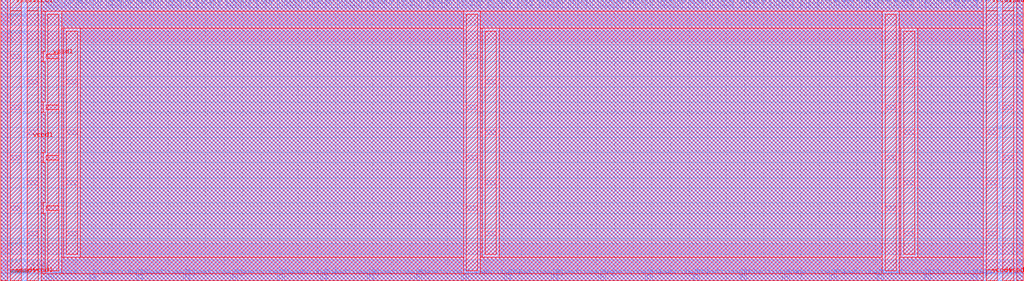
<source format=lef>
##
## LEF for PtnCells ;
## created by Innovus v19.11-s128_1 on Wed Nov 24 10:57:13 2021
##

VERSION 5.7 ;

BUSBITCHARS "[]" ;
DIVIDERCHAR "/" ;

MACRO S_term_RAM_IO
  CLASS BLOCK ;
  SIZE 109.940000 BY 30.260000 ;
  FOREIGN S_term_RAM_IO 0.000000 0.000000 ;
  ORIGIN 0 0 ;
  SYMMETRY X Y R90 ;
  PIN N1BEG[3]
    DIRECTION OUTPUT ;
    USE SIGNAL ;
    ANTENNADIFFAREA 1.782 LAYER met2  ;
    ANTENNAPARTIALMETALAREA 1.6526 LAYER met2  ;
    ANTENNAPARTIALMETALSIDEAREA 8.155 LAYER met2  ;
    PORT
      LAYER met2 ;
        RECT 8.320000 29.560000 8.700000 30.260000 ;
    END
  END N1BEG[3]
  PIN N1BEG[2]
    DIRECTION OUTPUT ;
    USE SIGNAL ;
    ANTENNADIFFAREA 1.782 LAYER met2  ;
    ANTENNAPARTIALMETALAREA 1.0338 LAYER met2  ;
    ANTENNAPARTIALMETALSIDEAREA 5.061 LAYER met2  ;
    PORT
      LAYER met2 ;
        RECT 6.940000 29.560000 7.320000 30.260000 ;
    END
  END N1BEG[2]
  PIN N1BEG[1]
    DIRECTION OUTPUT ;
    USE SIGNAL ;
    ANTENNADIFFAREA 1.782 LAYER met2  ;
    ANTENNAPARTIALMETALAREA 1.4886 LAYER met2  ;
    ANTENNAPARTIALMETALSIDEAREA 7.217 LAYER met2  ;
    PORT
      LAYER met2 ;
        RECT 6.020000 29.560000 6.400000 30.260000 ;
    END
  END N1BEG[1]
  PIN N1BEG[0]
    DIRECTION OUTPUT ;
    USE SIGNAL ;
    ANTENNADIFFAREA 1.782 LAYER met2  ;
    ANTENNAPARTIALMETALAREA 1.2606 LAYER met2  ;
    ANTENNAPARTIALMETALSIDEAREA 6.195 LAYER met2  ;
    PORT
      LAYER met2 ;
        RECT 5.100000 29.560000 5.480000 30.260000 ;
    END
  END N1BEG[0]
  PIN N2BEG[7]
    DIRECTION OUTPUT ;
    USE SIGNAL ;
    ANTENNADIFFAREA 1.782 LAYER met2  ;
    ANTENNAPARTIALMETALAREA 1.5098 LAYER met2  ;
    ANTENNAPARTIALMETALSIDEAREA 7.441 LAYER met2  ;
    PORT
      LAYER met2 ;
        RECT 16.600000 29.560000 16.980000 30.260000 ;
    END
  END N2BEG[7]
  PIN N2BEG[6]
    DIRECTION OUTPUT ;
    USE SIGNAL ;
    ANTENNADIFFAREA 1.782 LAYER met2  ;
    ANTENNAPARTIALMETALAREA 1.7002 LAYER met2  ;
    ANTENNAPARTIALMETALSIDEAREA 8.393 LAYER met2  ;
    PORT
      LAYER met2 ;
        RECT 15.680000 29.560000 16.060000 30.260000 ;
    END
  END N2BEG[6]
  PIN N2BEG[5]
    DIRECTION OUTPUT ;
    USE SIGNAL ;
    ANTENNADIFFAREA 1.782 LAYER met2  ;
    ANTENNAPARTIALMETALAREA 1.1078 LAYER met2  ;
    ANTENNAPARTIALMETALSIDEAREA 5.313 LAYER met2  ;
    PORT
      LAYER met2 ;
        RECT 14.760000 29.560000 15.140000 30.260000 ;
    END
  END N2BEG[5]
  PIN N2BEG[4]
    DIRECTION OUTPUT ;
    USE SIGNAL ;
    ANTENNADIFFAREA 1.782 LAYER met2  ;
    ANTENNAPARTIALMETALAREA 2.4966 LAYER met2  ;
    ANTENNAPARTIALMETALSIDEAREA 12.257 LAYER met2  ;
    PORT
      LAYER met2 ;
        RECT 13.380000 29.560000 13.760000 30.260000 ;
    END
  END N2BEG[4]
  PIN N2BEG[3]
    DIRECTION OUTPUT ;
    USE SIGNAL ;
    ANTENNADIFFAREA 1.782 LAYER met2  ;
    ANTENNAPARTIALMETALAREA 1.6414 LAYER met2  ;
    ANTENNAPARTIALMETALSIDEAREA 8.099 LAYER met2  ;
    PORT
      LAYER met2 ;
        RECT 12.460000 29.560000 12.840000 30.260000 ;
    END
  END N2BEG[3]
  PIN N2BEG[2]
    DIRECTION OUTPUT ;
    USE SIGNAL ;
    ANTENNADIFFAREA 1.782 LAYER met2  ;
    ANTENNAPARTIALMETALAREA 1.1626 LAYER met2  ;
    ANTENNAPARTIALMETALSIDEAREA 5.705 LAYER met2  ;
    PORT
      LAYER met2 ;
        RECT 11.540000 29.560000 11.920000 30.260000 ;
    END
  END N2BEG[2]
  PIN N2BEG[1]
    DIRECTION OUTPUT ;
    USE SIGNAL ;
    ANTENNADIFFAREA 1.782 LAYER met2  ;
    ANTENNAPARTIALMETALAREA 1.5602 LAYER met2  ;
    ANTENNAPARTIALMETALSIDEAREA 7.693 LAYER met2  ;
    PORT
      LAYER met2 ;
        RECT 10.160000 29.560000 10.540000 30.260000 ;
    END
  END N2BEG[1]
  PIN N2BEG[0]
    DIRECTION OUTPUT ;
    USE SIGNAL ;
    ANTENNADIFFAREA 1.782 LAYER met2  ;
    ANTENNAPARTIALMETALAREA 2.2574 LAYER met2  ;
    ANTENNAPARTIALMETALSIDEAREA 11.179 LAYER met2  ;
    PORT
      LAYER met2 ;
        RECT 9.240000 29.560000 9.620000 30.260000 ;
    END
  END N2BEG[0]
  PIN N2BEGb[7]
    DIRECTION OUTPUT ;
    USE SIGNAL ;
    ANTENNADIFFAREA 1.782 LAYER met2  ;
    ANTENNAPARTIALMETALAREA 1.5496 LAYER met2  ;
    ANTENNAPARTIALMETALSIDEAREA 7.63 LAYER met2  ;
    PORT
      LAYER met2 ;
        RECT 25.340000 29.560000 25.720000 30.260000 ;
    END
  END N2BEGb[7]
  PIN N2BEGb[6]
    DIRECTION OUTPUT ;
    USE SIGNAL ;
    ANTENNADIFFAREA 1.782 LAYER met2  ;
    ANTENNAPARTIALMETALAREA 2.081 LAYER met2  ;
    ANTENNAPARTIALMETALSIDEAREA 10.297 LAYER met2  ;
    PORT
      LAYER met2 ;
        RECT 24.420000 29.560000 24.800000 30.260000 ;
    END
  END N2BEGb[6]
  PIN N2BEGb[5]
    DIRECTION OUTPUT ;
    USE SIGNAL ;
    ANTENNADIFFAREA 1.782 LAYER met2  ;
    ANTENNAPARTIALMETALAREA 1.1078 LAYER met2  ;
    ANTENNAPARTIALMETALSIDEAREA 5.313 LAYER met2  ;
    PORT
      LAYER met2 ;
        RECT 23.040000 29.560000 23.420000 30.260000 ;
    END
  END N2BEGb[5]
  PIN N2BEGb[4]
    DIRECTION OUTPUT ;
    USE SIGNAL ;
    ANTENNADIFFAREA 1.782 LAYER met2  ;
    ANTENNAPARTIALMETALAREA 1.9982 LAYER met2  ;
    ANTENNAPARTIALMETALSIDEAREA 9.765 LAYER met2  ;
    PORT
      LAYER met2 ;
        RECT 22.120000 29.560000 22.500000 30.260000 ;
    END
  END N2BEGb[4]
  PIN N2BEGb[3]
    DIRECTION OUTPUT ;
    USE SIGNAL ;
    ANTENNADIFFAREA 1.782 LAYER met2  ;
    ANTENNAPARTIALMETALAREA 1.7002 LAYER met2  ;
    ANTENNAPARTIALMETALSIDEAREA 8.393 LAYER met2  ;
    PORT
      LAYER met2 ;
        RECT 21.200000 29.560000 21.580000 30.260000 ;
    END
  END N2BEGb[3]
  PIN N2BEGb[2]
    DIRECTION OUTPUT ;
    USE SIGNAL ;
    ANTENNADIFFAREA 1.782 LAYER met2  ;
    ANTENNAPARTIALMETALAREA 1.7478 LAYER met2  ;
    ANTENNAPARTIALMETALSIDEAREA 8.631 LAYER met2  ;
    PORT
      LAYER met2 ;
        RECT 19.820000 29.560000 20.200000 30.260000 ;
    END
  END N2BEGb[2]
  PIN N2BEGb[1]
    DIRECTION OUTPUT ;
    USE SIGNAL ;
    ANTENNAPARTIALMETALAREA 0.9163 LAYER met2  ;
    ANTENNAPARTIALMETALSIDEAREA 4.4205 LAYER met2  ;
    ANTENNAPARTIALCUTAREA 0.04 LAYER via2  ;
    ANTENNADIFFAREA 1.782 LAYER met3  ;
    ANTENNAPARTIALMETALAREA 3.8448 LAYER met3  ;
    ANTENNAPARTIALMETALSIDEAREA 20.976 LAYER met3  ;
    PORT
      LAYER met2 ;
        RECT 18.900000 29.560000 19.280000 30.260000 ;
    END
  END N2BEGb[1]
  PIN N2BEGb[0]
    DIRECTION OUTPUT ;
    USE SIGNAL ;
    ANTENNADIFFAREA 1.782 LAYER met2  ;
    ANTENNAPARTIALMETALAREA 2.1286 LAYER met2  ;
    ANTENNAPARTIALMETALSIDEAREA 10.535 LAYER met2  ;
    PORT
      LAYER met2 ;
        RECT 17.980000 29.560000 18.360000 30.260000 ;
    END
  END N2BEGb[0]
  PIN N4BEG[15]
    DIRECTION OUTPUT ;
    USE SIGNAL ;
    ANTENNADIFFAREA 1.782 LAYER met2  ;
    ANTENNAPARTIALMETALAREA 2.2882 LAYER met2  ;
    ANTENNAPARTIALMETALSIDEAREA 11.333 LAYER met2  ;
    PORT
      LAYER met2 ;
        RECT 42.820000 29.560000 43.200000 30.260000 ;
    END
  END N4BEG[15]
  PIN N4BEG[14]
    DIRECTION OUTPUT ;
    USE SIGNAL ;
    ANTENNADIFFAREA 1.782 LAYER met2  ;
    ANTENNAPARTIALMETALAREA 1.7478 LAYER met2  ;
    ANTENNAPARTIALMETALSIDEAREA 8.631 LAYER met2  ;
    PORT
      LAYER met2 ;
        RECT 41.440000 29.560000 41.820000 30.260000 ;
    END
  END N4BEG[14]
  PIN N4BEG[13]
    DIRECTION OUTPUT ;
    USE SIGNAL ;
    ANTENNAPARTIALMETALAREA 1.5141 LAYER met2  ;
    ANTENNAPARTIALMETALSIDEAREA 7.4095 LAYER met2  ;
    ANTENNAPARTIALCUTAREA 0.04 LAYER via2  ;
    ANTENNADIFFAREA 1.782 LAYER met3  ;
    ANTENNAPARTIALMETALAREA 7.5678 LAYER met3  ;
    ANTENNAPARTIALMETALSIDEAREA 40.832 LAYER met3  ;
    PORT
      LAYER met2 ;
        RECT 40.520000 29.560000 40.900000 30.260000 ;
    END
  END N4BEG[13]
  PIN N4BEG[12]
    DIRECTION OUTPUT ;
    USE SIGNAL ;
    ANTENNADIFFAREA 1.782 LAYER met2  ;
    ANTENNAPARTIALMETALAREA 2.7738 LAYER met2  ;
    ANTENNAPARTIALMETALSIDEAREA 13.643 LAYER met2  ;
    PORT
      LAYER met2 ;
        RECT 39.600000 29.560000 39.980000 30.260000 ;
    END
  END N4BEG[12]
  PIN N4BEG[11]
    DIRECTION OUTPUT ;
    USE SIGNAL ;
    ANTENNADIFFAREA 1.782 LAYER met2  ;
    ANTENNAPARTIALMETALAREA 1.826 LAYER met2  ;
    ANTENNAPARTIALMETALSIDEAREA 8.904 LAYER met2  ;
    PORT
      LAYER met2 ;
        RECT 38.220000 29.560000 38.600000 30.260000 ;
    END
  END N4BEG[11]
  PIN N4BEG[10]
    DIRECTION OUTPUT ;
    USE SIGNAL ;
    ANTENNADIFFAREA 1.782 LAYER met2  ;
    ANTENNAPARTIALMETALAREA 1.077 LAYER met2  ;
    ANTENNAPARTIALMETALSIDEAREA 5.159 LAYER met2  ;
    PORT
      LAYER met2 ;
        RECT 37.300000 29.560000 37.680000 30.260000 ;
    END
  END N4BEG[10]
  PIN N4BEG[9]
    DIRECTION OUTPUT ;
    USE SIGNAL ;
    ANTENNADIFFAREA 1.782 LAYER met2  ;
    ANTENNAPARTIALMETALAREA 1.0602 LAYER met2  ;
    ANTENNAPARTIALMETALSIDEAREA 5.075 LAYER met2  ;
    PORT
      LAYER met2 ;
        RECT 36.380000 29.560000 36.760000 30.260000 ;
    END
  END N4BEG[9]
  PIN N4BEG[8]
    DIRECTION OUTPUT ;
    USE SIGNAL ;
    ANTENNADIFFAREA 1.782 LAYER met2  ;
    ANTENNAPARTIALMETALAREA 1.3592 LAYER met2  ;
    ANTENNAPARTIALMETALSIDEAREA 6.678 LAYER met2  ;
    PORT
      LAYER met2 ;
        RECT 35.000000 29.560000 35.380000 30.260000 ;
    END
  END N4BEG[8]
  PIN N4BEG[7]
    DIRECTION OUTPUT ;
    USE SIGNAL ;
    ANTENNAPARTIALCUTAREA 0.04 LAYER via2  ;
    ANTENNADIFFAREA 1.782 LAYER met3  ;
    ANTENNAPARTIALMETALAREA 29.9316 LAYER met3  ;
    ANTENNAPARTIALMETALSIDEAREA 160.576 LAYER met3  ;
    PORT
      LAYER met2 ;
        RECT 34.080000 29.560000 34.460000 30.260000 ;
    END
  END N4BEG[7]
  PIN N4BEG[6]
    DIRECTION OUTPUT ;
    USE SIGNAL ;
    ANTENNADIFFAREA 1.782 LAYER met2  ;
    ANTENNAPARTIALMETALAREA 1.1078 LAYER met2  ;
    ANTENNAPARTIALMETALSIDEAREA 5.313 LAYER met2  ;
    PORT
      LAYER met2 ;
        RECT 33.160000 29.560000 33.540000 30.260000 ;
    END
  END N4BEG[6]
  PIN N4BEG[5]
    DIRECTION OUTPUT ;
    USE SIGNAL ;
    ANTENNADIFFAREA 1.782 LAYER met2  ;
    ANTENNAPARTIALMETALAREA 1.5362 LAYER met2  ;
    ANTENNAPARTIALMETALSIDEAREA 7.455 LAYER met2  ;
    PORT
      LAYER met2 ;
        RECT 31.780000 29.560000 32.160000 30.260000 ;
    END
  END N4BEG[5]
  PIN N4BEG[4]
    DIRECTION OUTPUT ;
    USE SIGNAL ;
    ANTENNADIFFAREA 1.782 LAYER met2  ;
    ANTENNAPARTIALMETALAREA 1.6482 LAYER met2  ;
    ANTENNAPARTIALMETALSIDEAREA 8.015 LAYER met2  ;
    PORT
      LAYER met2 ;
        RECT 30.860000 29.560000 31.240000 30.260000 ;
    END
  END N4BEG[4]
  PIN N4BEG[3]
    DIRECTION OUTPUT ;
    USE SIGNAL ;
    ANTENNAPARTIALMETALAREA 1.4931 LAYER met2  ;
    ANTENNAPARTIALMETALSIDEAREA 7.3045 LAYER met2  ;
    ANTENNAPARTIALCUTAREA 0.04 LAYER via2  ;
    ANTENNADIFFAREA 1.782 LAYER met3  ;
    ANTENNAPARTIALMETALAREA 5.7288 LAYER met3  ;
    ANTENNAPARTIALMETALSIDEAREA 31.024 LAYER met3  ;
    PORT
      LAYER met2 ;
        RECT 29.940000 29.560000 30.320000 30.260000 ;
    END
  END N4BEG[3]
  PIN N4BEG[2]
    DIRECTION OUTPUT ;
    USE SIGNAL ;
    ANTENNAPARTIALMETALAREA 1.1725 LAYER met2  ;
    ANTENNAPARTIALMETALSIDEAREA 5.7015 LAYER met2  ;
    ANTENNAPARTIALCUTAREA 0.04 LAYER via2  ;
    ANTENNADIFFAREA 1.782 LAYER met3  ;
    ANTENNAPARTIALMETALAREA 5.8218 LAYER met3  ;
    ANTENNAPARTIALMETALSIDEAREA 31.52 LAYER met3  ;
    PORT
      LAYER met2 ;
        RECT 28.560000 29.560000 28.940000 30.260000 ;
    END
  END N4BEG[2]
  PIN N4BEG[1]
    DIRECTION OUTPUT ;
    USE SIGNAL ;
    ANTENNAPARTIALMETALAREA 1.6849 LAYER met2  ;
    ANTENNAPARTIALMETALSIDEAREA 8.2635 LAYER met2  ;
    ANTENNAPARTIALCUTAREA 0.04 LAYER via2  ;
    ANTENNADIFFAREA 1.782 LAYER met3  ;
    ANTENNAPARTIALMETALAREA 5.2248 LAYER met3  ;
    ANTENNAPARTIALMETALSIDEAREA 28.336 LAYER met3  ;
    PORT
      LAYER met2 ;
        RECT 27.640000 29.560000 28.020000 30.260000 ;
    END
  END N4BEG[1]
  PIN N4BEG[0]
    DIRECTION OUTPUT ;
    USE SIGNAL ;
    ANTENNADIFFAREA 1.782 LAYER met2  ;
    ANTENNAPARTIALMETALAREA 1.4314 LAYER met2  ;
    ANTENNAPARTIALMETALSIDEAREA 7.049 LAYER met2  ;
    PORT
      LAYER met2 ;
        RECT 26.260000 29.560000 26.640000 30.260000 ;
    END
  END N4BEG[0]
  PIN S1END[3]
    DIRECTION INPUT ;
    USE SIGNAL ;
    ANTENNADIFFAREA 0.4347 LAYER met2  ;
    ANTENNAPARTIALMETALAREA 1.7384 LAYER met2  ;
    ANTENNAPARTIALMETALSIDEAREA 8.358 LAYER met2  ;
    ANTENNAMODEL OXIDE1 ;
    ANTENNAGATEAREA 1.1772 LAYER met2  ;
    ANTENNAMAXAREACAR 6.45208 LAYER met2  ;
    ANTENNAMAXSIDEAREACAR 30.741 LAYER met2  ;
    ANTENNAMAXCUTCAR 0.118242 LAYER via2  ;
    PORT
      LAYER met2 ;
        RECT 46.960000 29.560000 47.340000 30.260000 ;
    END
  END S1END[3]
  PIN S1END[2]
    DIRECTION INPUT ;
    USE SIGNAL ;
    ANTENNADIFFAREA 0.4347 LAYER met2  ;
    ANTENNAPARTIALMETALAREA 1.5838 LAYER met2  ;
    ANTENNAPARTIALMETALSIDEAREA 7.693 LAYER met2  ;
    ANTENNAMODEL OXIDE1 ;
    ANTENNAGATEAREA 1.1772 LAYER met2  ;
    ANTENNAMAXAREACAR 7.94409 LAYER met2  ;
    ANTENNAMAXSIDEAREACAR 21.1301 LAYER met2  ;
    ANTENNAMAXCUTCAR 0.152078 LAYER via2  ;
    PORT
      LAYER met2 ;
        RECT 46.040000 29.560000 46.420000 30.260000 ;
    END
  END S1END[2]
  PIN S1END[1]
    DIRECTION INPUT ;
    USE SIGNAL ;
    ANTENNAPARTIALMETALAREA 0.8099 LAYER met2  ;
    ANTENNAPARTIALMETALSIDEAREA 3.8885 LAYER met2  ;
    ANTENNAPARTIALCUTAREA 0.04 LAYER via2  ;
    ANTENNADIFFAREA 0.4347 LAYER met3  ;
    ANTENNAPARTIALMETALAREA 9.2268 LAYER met3  ;
    ANTENNAPARTIALMETALSIDEAREA 49.68 LAYER met3  ;
    ANTENNAMODEL OXIDE1 ;
    ANTENNAGATEAREA 1.1772 LAYER met3  ;
    ANTENNAMAXAREACAR 15.9846 LAYER met3  ;
    ANTENNAMAXSIDEAREACAR 64.8168 LAYER met3  ;
    ANTENNAMAXCUTCAR 0.152221 LAYER via3  ;
    PORT
      LAYER met2 ;
        RECT 44.660000 29.560000 45.040000 30.260000 ;
    END
  END S1END[1]
  PIN S1END[0]
    DIRECTION INPUT ;
    USE SIGNAL ;
    ANTENNAPARTIALMETALAREA 1.8557 LAYER met2  ;
    ANTENNAPARTIALMETALSIDEAREA 9.1175 LAYER met2  ;
    ANTENNAPARTIALCUTAREA 0.04 LAYER via2  ;
    ANTENNADIFFAREA 0.4347 LAYER met3  ;
    ANTENNAPARTIALMETALAREA 6.5568 LAYER met3  ;
    ANTENNAPARTIALMETALSIDEAREA 35.44 LAYER met3  ;
    ANTENNAMODEL OXIDE1 ;
    ANTENNAGATEAREA 1.1772 LAYER met3  ;
    ANTENNAMAXAREACAR 12.8313 LAYER met3  ;
    ANTENNAMAXSIDEAREACAR 48.0375 LAYER met3  ;
    ANTENNAMAXCUTCAR 0.203981 LAYER via3  ;
    PORT
      LAYER met2 ;
        RECT 43.740000 29.560000 44.120000 30.260000 ;
    END
  END S1END[0]
  PIN S2MID[7]
    DIRECTION INPUT ;
    USE SIGNAL ;
    ANTENNADIFFAREA 0.4347 LAYER met2  ;
    ANTENNAPARTIALMETALAREA 4.4522 LAYER met2  ;
    ANTENNAPARTIALMETALSIDEAREA 21.917 LAYER met2  ;
    ANTENNAMODEL OXIDE1 ;
    ANTENNAGATEAREA 1.1772 LAYER met2  ;
    ANTENNAMAXAREACAR 7.87496 LAYER met2  ;
    ANTENNAMAXSIDEAREACAR 21.3566 LAYER met2  ;
    ANTENNAMAXCUTCAR 0.118242 LAYER via2  ;
    PORT
      LAYER met2 ;
        RECT 64.440000 29.560000 64.820000 30.260000 ;
    END
  END S2MID[7]
  PIN S2MID[6]
    DIRECTION INPUT ;
    USE SIGNAL ;
    ANTENNADIFFAREA 0.4347 LAYER met2  ;
    ANTENNAPARTIALMETALAREA 1.4578 LAYER met2  ;
    ANTENNAPARTIALMETALSIDEAREA 7.063 LAYER met2  ;
    ANTENNAMODEL OXIDE1 ;
    ANTENNAGATEAREA 1.1772 LAYER met2  ;
    ANTENNAMAXAREACAR 13.9837 LAYER met2  ;
    ANTENNAMAXSIDEAREACAR 51.5968 LAYER met2  ;
    ANTENNAMAXCUTCAR 0.170002 LAYER via2  ;
    PORT
      LAYER met2 ;
        RECT 63.060000 29.560000 63.440000 30.260000 ;
    END
  END S2MID[6]
  PIN S2MID[5]
    DIRECTION INPUT ;
    USE SIGNAL ;
    ANTENNADIFFAREA 0.4347 LAYER met2  ;
    ANTENNAPARTIALMETALAREA 1.0602 LAYER met2  ;
    ANTENNAPARTIALMETALSIDEAREA 5.075 LAYER met2  ;
    ANTENNAMODEL OXIDE1 ;
    ANTENNAGATEAREA 1.1772 LAYER met2  ;
    ANTENNAMAXAREACAR 7.31476 LAYER met2  ;
    ANTENNAMAXSIDEAREACAR 18.5556 LAYER met2  ;
    ANTENNAMAXCUTCAR 0.0855958 LAYER via2  ;
    PORT
      LAYER met2 ;
        RECT 62.140000 29.560000 62.520000 30.260000 ;
    END
  END S2MID[5]
  PIN S2MID[4]
    DIRECTION INPUT ;
    USE SIGNAL ;
    ANTENNAPARTIALMETALAREA 1.4721 LAYER met2  ;
    ANTENNAPARTIALMETALSIDEAREA 7.1995 LAYER met2  ;
    ANTENNAPARTIALCUTAREA 0.04 LAYER via2  ;
    ANTENNADIFFAREA 0.4347 LAYER met3  ;
    ANTENNAPARTIALMETALAREA 3.9828 LAYER met3  ;
    ANTENNAPARTIALMETALSIDEAREA 21.712 LAYER met3  ;
    ANTENNAMODEL OXIDE1 ;
    ANTENNAGATEAREA 1.1772 LAYER met3  ;
    ANTENNAMAXAREACAR 9.1808 LAYER met3  ;
    ANTENNAMAXSIDEAREACAR 45.7614 LAYER met3  ;
    ANTENNAMAXCUTCAR 0.152221 LAYER via3  ;
    PORT
      LAYER met2 ;
        RECT 61.220000 29.560000 61.600000 30.260000 ;
    END
  END S2MID[4]
  PIN S2MID[3]
    DIRECTION INPUT ;
    USE SIGNAL ;
    ANTENNADIFFAREA 0.4347 LAYER met2  ;
    ANTENNAPARTIALMETALAREA 2.7262 LAYER met2  ;
    ANTENNAPARTIALMETALSIDEAREA 13.405 LAYER met2  ;
    ANTENNAMODEL OXIDE1 ;
    ANTENNAGATEAREA 1.1772 LAYER met2  ;
    ANTENNAMAXAREACAR 16.9098 LAYER met2  ;
    ANTENNAMAXSIDEAREACAR 66.2273 LAYER met2  ;
    ANTENNAMAXCUTCAR 0.170002 LAYER via2  ;
    PORT
      LAYER met2 ;
        RECT 59.840000 29.560000 60.220000 30.260000 ;
    END
  END S2MID[3]
  PIN S2MID[2]
    DIRECTION INPUT ;
    USE SIGNAL ;
    ANTENNADIFFAREA 0.4347 LAYER met2  ;
    ANTENNAPARTIALMETALAREA 1.3092 LAYER met2  ;
    ANTENNAPARTIALMETALSIDEAREA 6.342 LAYER met2  ;
    ANTENNAMODEL OXIDE1 ;
    ANTENNAGATEAREA 0.4347 LAYER met2  ;
    ANTENNAMAXAREACAR 7.10467 LAYER met2  ;
    ANTENNAMAXSIDEAREACAR 17.328 LAYER met2  ;
    ANTENNAPARTIALCUTAREA 0.04 LAYER via2  ;
    ANTENNAMAXCUTCAR 0.21026 LAYER via2  ;
    ANTENNADIFFAREA 0.4347 LAYER met3  ;
    ANTENNAPARTIALMETALAREA 4.6728 LAYER met3  ;
    ANTENNAPARTIALMETALSIDEAREA 25.392 LAYER met3  ;
    ANTENNAGATEAREA 1.1772 LAYER met3  ;
    ANTENNAMAXAREACAR 11.0741 LAYER met3  ;
    ANTENNAMAXSIDEAREACAR 38.8979 LAYER met3  ;
    ANTENNAMAXCUTCAR 0.21026 LAYER via3  ;
    PORT
      LAYER met2 ;
        RECT 58.920000 29.560000 59.300000 30.260000 ;
    END
  END S2MID[2]
  PIN S2MID[1]
    DIRECTION INPUT ;
    USE SIGNAL ;
    ANTENNADIFFAREA 0.4347 LAYER met2  ;
    ANTENNAPARTIALMETALAREA 1.7814 LAYER met2  ;
    ANTENNAPARTIALMETALSIDEAREA 8.799 LAYER met2  ;
    ANTENNAMODEL OXIDE1 ;
    ANTENNAGATEAREA 1.1772 LAYER met2  ;
    ANTENNAMAXAREACAR 9.86405 LAYER met2  ;
    ANTENNAMAXSIDEAREACAR 30.1423 LAYER met2  ;
    ANTENNAMAXCUTCAR 0.152078 LAYER via2  ;
    PORT
      LAYER met2 ;
        RECT 58.000000 29.560000 58.380000 30.260000 ;
    END
  END S2MID[1]
  PIN S2MID[0]
    DIRECTION INPUT ;
    USE SIGNAL ;
    ANTENNADIFFAREA 0.4347 LAYER met2  ;
    ANTENNAPARTIALMETALAREA 1.8862 LAYER met2  ;
    ANTENNAPARTIALMETALSIDEAREA 9.205 LAYER met2  ;
    ANTENNAMODEL OXIDE1 ;
    ANTENNAGATEAREA 1.1772 LAYER met2  ;
    ANTENNAMAXAREACAR 7.23649 LAYER met2  ;
    ANTENNAMAXSIDEAREACAR 34.6093 LAYER met2  ;
    ANTENNAMAXCUTCAR 0.118242 LAYER via2  ;
    PORT
      LAYER met2 ;
        RECT 56.620000 29.560000 57.000000 30.260000 ;
    END
  END S2MID[0]
  PIN S2END[7]
    DIRECTION INPUT ;
    USE SIGNAL ;
    ANTENNAPARTIALMETALAREA 2.2407 LAYER met2  ;
    ANTENNAPARTIALMETALSIDEAREA 11.0425 LAYER met2  ;
    ANTENNAPARTIALCUTAREA 0.04 LAYER via2  ;
    ANTENNADIFFAREA 0.4347 LAYER met3  ;
    ANTENNAPARTIALMETALAREA 4.2588 LAYER met3  ;
    ANTENNAPARTIALMETALSIDEAREA 23.184 LAYER met3  ;
    ANTENNAMODEL OXIDE1 ;
    ANTENNAGATEAREA 1.1772 LAYER met3  ;
    ANTENNAMAXAREACAR 9.39911 LAYER met3  ;
    ANTENNAMAXSIDEAREACAR 30.6296 LAYER met3  ;
    ANTENNAMAXCUTCAR 0.119575 LAYER via3  ;
    PORT
      LAYER met2 ;
        RECT 55.700000 29.560000 56.080000 30.260000 ;
    END
  END S2END[7]
  PIN S2END[6]
    DIRECTION INPUT ;
    USE SIGNAL ;
    ANTENNAPARTIALMETALAREA 1.0661 LAYER met2  ;
    ANTENNAPARTIALMETALSIDEAREA 5.1695 LAYER met2  ;
    ANTENNAPARTIALCUTAREA 0.04 LAYER via2  ;
    ANTENNADIFFAREA 0.4347 LAYER met3  ;
    ANTENNAPARTIALMETALAREA 5.8218 LAYER met3  ;
    ANTENNAPARTIALMETALSIDEAREA 31.52 LAYER met3  ;
    ANTENNAMODEL OXIDE1 ;
    ANTENNAGATEAREA 1.1772 LAYER met3  ;
    ANTENNAMAXAREACAR 10.3762 LAYER met3  ;
    ANTENNAMAXSIDEAREACAR 35.8107 LAYER met3  ;
    ANTENNAMAXCUTCAR 0.152221 LAYER via3  ;
    PORT
      LAYER met2 ;
        RECT 54.320000 29.560000 54.700000 30.260000 ;
    END
  END S2END[6]
  PIN S2END[5]
    DIRECTION INPUT ;
    USE SIGNAL ;
    ANTENNADIFFAREA 0.4347 LAYER met2  ;
    ANTENNAPARTIALMETALAREA 1.9856 LAYER met2  ;
    ANTENNAPARTIALMETALSIDEAREA 9.702 LAYER met2  ;
    ANTENNAMODEL OXIDE1 ;
    ANTENNAGATEAREA 1.1772 LAYER met2  ;
    ANTENNAMAXAREACAR 13.614 LAYER met2  ;
    ANTENNAMAXSIDEAREACAR 49.7484 LAYER met2  ;
    ANTENNAMAXCUTCAR 0.170002 LAYER via2  ;
    PORT
      LAYER met2 ;
        RECT 53.400000 29.560000 53.780000 30.260000 ;
    END
  END S2END[5]
  PIN S2END[4]
    DIRECTION INPUT ;
    USE SIGNAL ;
    ANTENNADIFFAREA 0.4347 LAYER met2  ;
    ANTENNAPARTIALMETALAREA 2.6098 LAYER met2  ;
    ANTENNAPARTIALMETALSIDEAREA 12.705 LAYER met2  ;
    ANTENNAMODEL OXIDE1 ;
    ANTENNAGATEAREA 1.1772 LAYER met2  ;
    ANTENNAMAXAREACAR 12.3713 LAYER met2  ;
    ANTENNAMAXSIDEAREACAR 43.4346 LAYER met2  ;
    ANTENNAMAXCUTCAR 0.170002 LAYER via2  ;
    PORT
      LAYER met2 ;
        RECT 52.480000 29.560000 52.860000 30.260000 ;
    END
  END S2END[4]
  PIN S2END[3]
    DIRECTION INPUT ;
    USE SIGNAL ;
    ANTENNADIFFAREA 0.4347 LAYER met2  ;
    ANTENNAPARTIALMETALAREA 2.2438 LAYER met2  ;
    ANTENNAPARTIALMETALSIDEAREA 10.885 LAYER met2  ;
    ANTENNAMODEL OXIDE1 ;
    ANTENNAGATEAREA 1.1772 LAYER met2  ;
    ANTENNAMAXAREACAR 6.41007 LAYER met2  ;
    ANTENNAMAXSIDEAREACAR 13.8853 LAYER met2  ;
    ANTENNAMAXCUTCAR 0.118242 LAYER via2  ;
    PORT
      LAYER met2 ;
        RECT 51.100000 29.560000 51.480000 30.260000 ;
    END
  END S2END[3]
  PIN S2END[2]
    DIRECTION INPUT ;
    USE SIGNAL ;
    ANTENNADIFFAREA 0.4347 LAYER met2  ;
    ANTENNAPARTIALMETALAREA 2.2766 LAYER met2  ;
    ANTENNAPARTIALMETALSIDEAREA 11.039 LAYER met2  ;
    ANTENNAMODEL OXIDE1 ;
    ANTENNAGATEAREA 1.1772 LAYER met2  ;
    ANTENNAMAXAREACAR 6.02685 LAYER met2  ;
    ANTENNAMAXSIDEAREACAR 18.2783 LAYER met2  ;
    ANTENNAMAXCUTCAR 0.118242 LAYER via2  ;
    PORT
      LAYER met2 ;
        RECT 50.180000 29.560000 50.560000 30.260000 ;
    END
  END S2END[2]
  PIN S2END[1]
    DIRECTION INPUT ;
    USE SIGNAL ;
    ANTENNADIFFAREA 0.4347 LAYER met2  ;
    ANTENNAPARTIALMETALAREA 2.1286 LAYER met2  ;
    ANTENNAPARTIALMETALSIDEAREA 10.535 LAYER met2  ;
    ANTENNAMODEL OXIDE1 ;
    ANTENNAGATEAREA 1.1772 LAYER met2  ;
    ANTENNAMAXAREACAR 7.41602 LAYER met2  ;
    ANTENNAMAXSIDEAREACAR 19.1621 LAYER met2  ;
    ANTENNAMAXCUTCAR 0.0855958 LAYER via2  ;
    PORT
      LAYER met2 ;
        RECT 49.260000 29.560000 49.640000 30.260000 ;
    END
  END S2END[1]
  PIN S2END[0]
    DIRECTION INPUT ;
    USE SIGNAL ;
    ANTENNADIFFAREA 0.4347 LAYER met2  ;
    ANTENNAPARTIALMETALAREA 1.2982 LAYER met2  ;
    ANTENNAPARTIALMETALSIDEAREA 6.265 LAYER met2  ;
    ANTENNAMODEL OXIDE1 ;
    ANTENNAGATEAREA 1.1772 LAYER met2  ;
    ANTENNAMAXAREACAR 8.22379 LAYER met2  ;
    ANTENNAMAXSIDEAREACAR 22.8674 LAYER met2  ;
    ANTENNAMAXCUTCAR 0.236485 LAYER via2  ;
    PORT
      LAYER met2 ;
        RECT 47.880000 29.560000 48.260000 30.260000 ;
    END
  END S2END[0]
  PIN S4END[15]
    DIRECTION INPUT ;
    USE SIGNAL ;
    ANTENNADIFFAREA 0.4347 LAYER met2  ;
    ANTENNAPARTIALMETALAREA 1.3626 LAYER met2  ;
    ANTENNAPARTIALMETALSIDEAREA 6.587 LAYER met2  ;
    ANTENNAMODEL OXIDE1 ;
    ANTENNAGATEAREA 1.1772 LAYER met2  ;
    ANTENNAMAXAREACAR 8.66133 LAYER met2  ;
    ANTENNAMAXSIDEAREACAR 41.879 LAYER met2  ;
    ANTENNAMAXCUTCAR 0.236485 LAYER via2  ;
    PORT
      LAYER met2 ;
        RECT 81.460000 29.560000 81.840000 30.260000 ;
    END
  END S4END[15]
  PIN S4END[14]
    DIRECTION INPUT ;
    USE SIGNAL ;
    ANTENNADIFFAREA 0.4347 LAYER met2  ;
    ANTENNAPARTIALMETALAREA 1.5475 LAYER met2  ;
    ANTENNAPARTIALMETALSIDEAREA 7.4585 LAYER met2  ;
    ANTENNAMODEL OXIDE1 ;
    ANTENNAGATEAREA 0.4347 LAYER met2  ;
    ANTENNAMAXAREACAR 8.755 LAYER met2  ;
    ANTENNAMAXSIDEAREACAR 25.0736 LAYER met2  ;
    ANTENNAPARTIALCUTAREA 0.04 LAYER via2  ;
    ANTENNAMAXCUTCAR 0.328502 LAYER via2  ;
    ANTENNADIFFAREA 0.4347 LAYER met3  ;
    ANTENNAPARTIALMETALAREA 7.5708 LAYER met3  ;
    ANTENNAPARTIALMETALSIDEAREA 40.848 LAYER met3  ;
    ANTENNAGATEAREA 1.1772 LAYER met3  ;
    ANTENNAMAXAREACAR 15.1862 LAYER met3  ;
    ANTENNAMAXSIDEAREACAR 59.7729 LAYER met3  ;
    ANTENNAMAXCUTCAR 0.328502 LAYER via3  ;
    PORT
      LAYER met2 ;
        RECT 80.540000 29.560000 80.920000 30.260000 ;
    END
  END S4END[14]
  PIN S4END[13]
    DIRECTION INPUT ;
    USE SIGNAL ;
    ANTENNADIFFAREA 0.4347 LAYER met2  ;
    ANTENNAPARTIALMETALAREA 1.0674 LAYER met2  ;
    ANTENNAPARTIALMETALSIDEAREA 5.229 LAYER met2  ;
    ANTENNAMODEL OXIDE1 ;
    ANTENNAGATEAREA 1.1772 LAYER met2  ;
    ANTENNAMAXAREACAR 8.19974 LAYER met2  ;
    ANTENNAMAXSIDEAREACAR 23.0808 LAYER met2  ;
    ANTENNAMAXCUTCAR 0.0855958 LAYER via2  ;
    PORT
      LAYER met2 ;
        RECT 79.620000 29.560000 80.000000 30.260000 ;
    END
  END S4END[13]
  PIN S4END[12]
    DIRECTION INPUT ;
    USE SIGNAL ;
    ANTENNADIFFAREA 0.4347 LAYER met2  ;
    ANTENNAPARTIALMETALAREA 1.0375 LAYER met2  ;
    ANTENNAPARTIALMETALSIDEAREA 4.9175 LAYER met2  ;
    ANTENNAMODEL OXIDE1 ;
    ANTENNAGATEAREA 0.4347 LAYER met2  ;
    ANTENNAMAXAREACAR 7.28548 LAYER met2  ;
    ANTENNAMAXSIDEAREACAR 17.7467 LAYER met2  ;
    ANTENNAPARTIALCUTAREA 0.04 LAYER via2  ;
    ANTENNAMAXCUTCAR 0.328502 LAYER via2  ;
    ANTENNADIFFAREA 0.4347 LAYER met3  ;
    ANTENNAPARTIALMETALAREA 6.2808 LAYER met3  ;
    ANTENNAPARTIALMETALSIDEAREA 33.968 LAYER met3  ;
    ANTENNAGATEAREA 1.1772 LAYER met3  ;
    ANTENNAMAXAREACAR 12.6209 LAYER met3  ;
    ANTENNAMAXSIDEAREACAR 46.6016 LAYER met3  ;
    ANTENNAMAXCUTCAR 0.328502 LAYER via3  ;
    PORT
      LAYER met2 ;
        RECT 78.240000 29.560000 78.620000 30.260000 ;
    END
  END S4END[12]
  PIN S4END[11]
    DIRECTION INPUT ;
    USE SIGNAL ;
    ANTENNADIFFAREA 0.4347 LAYER met2  ;
    ANTENNAPARTIALMETALAREA 1.2718 LAYER met2  ;
    ANTENNAPARTIALMETALSIDEAREA 6.251 LAYER met2  ;
    ANTENNAMODEL OXIDE1 ;
    ANTENNAGATEAREA 1.1772 LAYER met2  ;
    ANTENNAMAXAREACAR 7.48737 LAYER met2  ;
    ANTENNAMAXSIDEAREACAR 19.5189 LAYER met2  ;
    ANTENNAMAXCUTCAR 0.0855958 LAYER via2  ;
    PORT
      LAYER met2 ;
        RECT 77.320000 29.560000 77.700000 30.260000 ;
    END
  END S4END[11]
  PIN S4END[10]
    DIRECTION INPUT ;
    USE SIGNAL ;
    ANTENNADIFFAREA 0.4347 LAYER met2  ;
    ANTENNAPARTIALMETALAREA 1.2913 LAYER met2  ;
    ANTENNAPARTIALMETALSIDEAREA 6.1775 LAYER met2  ;
    ANTENNAMODEL OXIDE1 ;
    ANTENNAGATEAREA 0.4347 LAYER met2  ;
    ANTENNAMAXAREACAR 7.72119 LAYER met2  ;
    ANTENNAMAXSIDEAREACAR 19.9045 LAYER met2  ;
    ANTENNAPARTIALCUTAREA 0.04 LAYER via2  ;
    ANTENNAMAXCUTCAR 0.328502 LAYER via2  ;
    ANTENNADIFFAREA 0.4347 LAYER met3  ;
    ANTENNAPARTIALMETALAREA 3.4308 LAYER met3  ;
    ANTENNAPARTIALMETALSIDEAREA 18.768 LAYER met3  ;
    ANTENNAGATEAREA 1.1772 LAYER met3  ;
    ANTENNAMAXAREACAR 10.6356 LAYER met3  ;
    ANTENNAMAXSIDEAREACAR 35.8474 LAYER met3  ;
    ANTENNAMAXCUTCAR 0.328502 LAYER via3  ;
    PORT
      LAYER met2 ;
        RECT 75.940000 29.560000 76.320000 30.260000 ;
    END
  END S4END[10]
  PIN S4END[9]
    DIRECTION INPUT ;
    USE SIGNAL ;
    ANTENNADIFFAREA 0.4347 LAYER met2  ;
    ANTENNAPARTIALMETALAREA 1.227 LAYER met2  ;
    ANTENNAPARTIALMETALSIDEAREA 6.027 LAYER met2  ;
    ANTENNAMODEL OXIDE1 ;
    ANTENNAGATEAREA 1.1772 LAYER met2  ;
    ANTENNAMAXAREACAR 5.59211 LAYER met2  ;
    ANTENNAMAXSIDEAREACAR 10.1 LAYER met2  ;
    ANTENNAMAXCUTCAR 0.0855958 LAYER via2  ;
    PORT
      LAYER met2 ;
        RECT 75.020000 29.560000 75.400000 30.260000 ;
    END
  END S4END[9]
  PIN S4END[8]
    DIRECTION INPUT ;
    USE SIGNAL ;
    ANTENNADIFFAREA 0.4347 LAYER met2  ;
    ANTENNAPARTIALMETALAREA 1.7554 LAYER met2  ;
    ANTENNAPARTIALMETALSIDEAREA 8.561 LAYER met2  ;
    ANTENNAMODEL OXIDE1 ;
    ANTENNAGATEAREA 1.1772 LAYER met2  ;
    ANTENNAMAXAREACAR 5.99519 LAYER met2  ;
    ANTENNAMAXSIDEAREACAR 14.3208 LAYER met2  ;
    ANTENNAMAXCUTCAR 0.118242 LAYER via2  ;
    PORT
      LAYER met2 ;
        RECT 74.100000 29.560000 74.480000 30.260000 ;
    END
  END S4END[8]
  PIN S4END[7]
    DIRECTION INPUT ;
    USE SIGNAL ;
    ANTENNADIFFAREA 0.4347 LAYER met2  ;
    ANTENNAPARTIALMETALAREA 1.6386 LAYER met2  ;
    ANTENNAPARTIALMETALSIDEAREA 8.085 LAYER met2  ;
    ANTENNAMODEL OXIDE1 ;
    ANTENNAGATEAREA 1.1772 LAYER met2  ;
    ANTENNAMAXAREACAR 5.74153 LAYER met2  ;
    ANTENNAMAXSIDEAREACAR 10.7897 LAYER met2  ;
    ANTENNAMAXCUTCAR 0.0855958 LAYER via2  ;
    PORT
      LAYER met2 ;
        RECT 72.720000 29.560000 73.100000 30.260000 ;
    END
  END S4END[7]
  PIN S4END[6]
    DIRECTION INPUT ;
    USE SIGNAL ;
    ANTENNADIFFAREA 0.4347 LAYER met2  ;
    ANTENNAPARTIALMETALAREA 1.6006 LAYER met2  ;
    ANTENNAPARTIALMETALSIDEAREA 7.777 LAYER met2  ;
    ANTENNAMODEL OXIDE1 ;
    ANTENNAGATEAREA 1.1772 LAYER met2  ;
    ANTENNAMAXAREACAR 6.10501 LAYER met2  ;
    ANTENNAMAXSIDEAREACAR 13.1754 LAYER met2  ;
    ANTENNAMAXCUTCAR 0.170002 LAYER via2  ;
    PORT
      LAYER met2 ;
        RECT 71.800000 29.560000 72.180000 30.260000 ;
    END
  END S4END[6]
  PIN S4END[5]
    DIRECTION INPUT ;
    USE SIGNAL ;
    ANTENNADIFFAREA 0.4347 LAYER met2  ;
    ANTENNAPARTIALMETALAREA 1.749 LAYER met2  ;
    ANTENNAPARTIALMETALSIDEAREA 8.519 LAYER met2  ;
    ANTENNAMODEL OXIDE1 ;
    ANTENNAGATEAREA 1.1772 LAYER met2  ;
    ANTENNAMAXAREACAR 8.08752 LAYER met2  ;
    ANTENNAMAXSIDEAREACAR 21.0554 LAYER met2  ;
    ANTENNAMAXCUTCAR 0.236485 LAYER via2  ;
    PORT
      LAYER met2 ;
        RECT 70.880000 29.560000 71.260000 30.260000 ;
    END
  END S4END[5]
  PIN S4END[4]
    DIRECTION INPUT ;
    USE SIGNAL ;
    ANTENNADIFFAREA 0.4347 LAYER met2  ;
    ANTENNAPARTIALMETALAREA 1.9886 LAYER met2  ;
    ANTENNAPARTIALMETALSIDEAREA 9.835 LAYER met2  ;
    ANTENNAMODEL OXIDE1 ;
    ANTENNAGATEAREA 1.1772 LAYER met2  ;
    ANTENNAMAXAREACAR 7.08583 LAYER met2  ;
    ANTENNAMAXSIDEAREACAR 17.5685 LAYER met2  ;
    ANTENNAMAXCUTCAR 0.0855958 LAYER via2  ;
    PORT
      LAYER met2 ;
        RECT 69.500000 29.560000 69.880000 30.260000 ;
    END
  END S4END[4]
  PIN S4END[3]
    DIRECTION INPUT ;
    USE SIGNAL ;
    ANTENNADIFFAREA 0.4347 LAYER met2  ;
    ANTENNAPARTIALMETALAREA 2.2578 LAYER met2  ;
    ANTENNAPARTIALMETALSIDEAREA 10.955 LAYER met2  ;
    ANTENNAMODEL OXIDE1 ;
    ANTENNAGATEAREA 1.1772 LAYER met2  ;
    ANTENNAMAXAREACAR 6.01088 LAYER met2  ;
    ANTENNAMAXSIDEAREACAR 23.0211 LAYER met2  ;
    ANTENNAMAXCUTCAR 0.118242 LAYER via2  ;
    PORT
      LAYER met2 ;
        RECT 68.580000 29.560000 68.960000 30.260000 ;
    END
  END S4END[3]
  PIN S4END[2]
    DIRECTION INPUT ;
    USE SIGNAL ;
    ANTENNADIFFAREA 0.4347 LAYER met2  ;
    ANTENNAPARTIALMETALAREA 1.691 LAYER met2  ;
    ANTENNAPARTIALMETALSIDEAREA 8.239 LAYER met2  ;
    ANTENNAMODEL OXIDE1 ;
    ANTENNAGATEAREA 1.1772 LAYER met2  ;
    ANTENNAMAXAREACAR 7.12567 LAYER met2  ;
    ANTENNAMAXSIDEAREACAR 17.5636 LAYER met2  ;
    ANTENNAMAXCUTCAR 0.118242 LAYER via2  ;
    PORT
      LAYER met2 ;
        RECT 67.660000 29.560000 68.040000 30.260000 ;
    END
  END S4END[2]
  PIN S4END[1]
    DIRECTION INPUT ;
    USE SIGNAL ;
    ANTENNADIFFAREA 0.4347 LAYER met2  ;
    ANTENNAPARTIALMETALAREA 3.0838 LAYER met2  ;
    ANTENNAPARTIALMETALSIDEAREA 15.085 LAYER met2  ;
    ANTENNAMODEL OXIDE1 ;
    ANTENNAGATEAREA 1.1772 LAYER met2  ;
    ANTENNAMAXAREACAR 7.12363 LAYER met2  ;
    ANTENNAMAXSIDEAREACAR 17.4531 LAYER met2  ;
    ANTENNAMAXCUTCAR 0.118242 LAYER via2  ;
    PORT
      LAYER met2 ;
        RECT 66.280000 29.560000 66.660000 30.260000 ;
    END
  END S4END[1]
  PIN S4END[0]
    DIRECTION INPUT ;
    USE SIGNAL ;
    ANTENNADIFFAREA 0.4347 LAYER met2  ;
    ANTENNAPARTIALMETALAREA 2.4246 LAYER met2  ;
    ANTENNAPARTIALMETALSIDEAREA 11.907 LAYER met2  ;
    ANTENNAMODEL OXIDE1 ;
    ANTENNAGATEAREA 1.1772 LAYER met2  ;
    ANTENNAMAXAREACAR 7.56205 LAYER met2  ;
    ANTENNAMAXSIDEAREACAR 19.7455 LAYER met2  ;
    ANTENNAMAXCUTCAR 0.118242 LAYER via2  ;
    PORT
      LAYER met2 ;
        RECT 65.360000 29.560000 65.740000 30.260000 ;
    END
  END S4END[0]
  PIN UserCLK
    DIRECTION INPUT ;
    USE SIGNAL ;
    ANTENNAPARTIALCUTAREA 0.04 LAYER via2  ;
    ANTENNADIFFAREA 0.4347 LAYER met3  ;
    ANTENNAPARTIALMETALAREA 8.2416 LAYER met3  ;
    ANTENNAPARTIALMETALSIDEAREA 44.896 LAYER met3  ;
    ANTENNAMODEL OXIDE1 ;
    ANTENNAGATEAREA 1.5867 LAYER met3  ;
    ANTENNAMAXAREACAR 9.83101 LAYER met3  ;
    ANTENNAMAXSIDEAREACAR 33.6059 LAYER met3  ;
    ANTENNAMAXCUTCAR 0.143452 LAYER via3  ;
    PORT
      LAYER met2 ;
        RECT 5.100000 0.000000 5.480000 0.700000 ;
    END
  END UserCLK
  PIN UserCLKo
    DIRECTION OUTPUT ;
    USE SIGNAL ;
    ANTENNADIFFAREA 1.782 LAYER met2  ;
    ANTENNAPARTIALMETALAREA 2.5724 LAYER met2  ;
    ANTENNAPARTIALMETALSIDEAREA 12.852 LAYER met2  ;
    PORT
      LAYER met2 ;
        RECT 82.840000 29.560000 83.220000 30.260000 ;
    END
  END UserCLKo
  PIN FrameStrobe[19]
    DIRECTION INPUT ;
    USE SIGNAL ;
    ANTENNADIFFAREA 0.4347 LAYER met2  ;
    ANTENNAPARTIALMETALAREA 1.3458 LAYER met2  ;
    ANTENNAPARTIALMETALSIDEAREA 6.503 LAYER met2  ;
    ANTENNAMODEL OXIDE1 ;
    ANTENNAGATEAREA 1.1772 LAYER met2  ;
    ANTENNAMAXAREACAR 6.77745 LAYER met2  ;
    ANTENNAMAXSIDEAREACAR 15.5655 LAYER met2  ;
    ANTENNAMAXCUTCAR 0.170002 LAYER via2  ;
    PORT
      LAYER met2 ;
        RECT 104.460000 0.000000 104.840000 0.700000 ;
    END
  END FrameStrobe[19]
  PIN FrameStrobe[18]
    DIRECTION INPUT ;
    USE SIGNAL ;
    ANTENNADIFFAREA 0.4347 LAYER met2  ;
    ANTENNAPARTIALMETALAREA 2.0886 LAYER met2  ;
    ANTENNAPARTIALMETALSIDEAREA 10.227 LAYER met2  ;
    ANTENNAMODEL OXIDE1 ;
    ANTENNAGATEAREA 1.1772 LAYER met2  ;
    ANTENNAMAXAREACAR 6.98999 LAYER met2  ;
    ANTENNAMAXSIDEAREACAR 16.8852 LAYER met2  ;
    ANTENNAMAXCUTCAR 0.118242 LAYER via2  ;
    PORT
      LAYER met2 ;
        RECT 99.400000 0.000000 99.780000 0.700000 ;
    END
  END FrameStrobe[18]
  PIN FrameStrobe[17]
    DIRECTION INPUT ;
    USE SIGNAL ;
    ANTENNADIFFAREA 0.4347 LAYER met2  ;
    ANTENNAPARTIALMETALAREA 1.691 LAYER met2  ;
    ANTENNAPARTIALMETALSIDEAREA 8.239 LAYER met2  ;
    ANTENNAMODEL OXIDE1 ;
    ANTENNAGATEAREA 1.1772 LAYER met2  ;
    ANTENNAMAXAREACAR 5.79234 LAYER met2  ;
    ANTENNAMAXSIDEAREACAR 10.8969 LAYER met2  ;
    ANTENNAMAXCUTCAR 0.118242 LAYER via2  ;
    PORT
      LAYER met2 ;
        RECT 94.340000 0.000000 94.720000 0.700000 ;
    END
  END FrameStrobe[17]
  PIN FrameStrobe[16]
    DIRECTION INPUT ;
    USE SIGNAL ;
    ANTENNADIFFAREA 0.4347 LAYER met2  ;
    ANTENNAPARTIALMETALAREA 0.7482 LAYER met2  ;
    ANTENNAPARTIALMETALSIDEAREA 3.633 LAYER met2  ;
    ANTENNAMODEL OXIDE1 ;
    ANTENNAGATEAREA 1.1772 LAYER met2  ;
    ANTENNAMAXAREACAR 5.48605 LAYER met2  ;
    ANTENNAMAXSIDEAREACAR 8.94013 LAYER met2  ;
    ANTENNAMAXCUTCAR 0.152078 LAYER via2  ;
    PORT
      LAYER met2 ;
        RECT 89.280000 0.000000 89.660000 0.700000 ;
    END
  END FrameStrobe[16]
  PIN FrameStrobe[15]
    DIRECTION INPUT ;
    USE SIGNAL ;
    ANTENNADIFFAREA 0.4347 LAYER met2  ;
    ANTENNAPARTIALMETALAREA 2.9376 LAYER met2  ;
    ANTENNAPARTIALMETALSIDEAREA 14.462 LAYER met2  ;
    ANTENNAMODEL OXIDE1 ;
    ANTENNAGATEAREA 1.1772 LAYER met2  ;
    ANTENNAMAXAREACAR 7.9815 LAYER met2  ;
    ANTENNAMAXSIDEAREACAR 21.5858 LAYER met2  ;
    ANTENNAMAXCUTCAR 0.170002 LAYER via2  ;
    PORT
      LAYER met2 ;
        RECT 84.220000 0.000000 84.600000 0.700000 ;
    END
  END FrameStrobe[15]
  PIN FrameStrobe[14]
    DIRECTION INPUT ;
    USE SIGNAL ;
    ANTENNADIFFAREA 0.4347 LAYER met2  ;
    ANTENNAPARTIALMETALAREA 2.5358 LAYER met2  ;
    ANTENNAPARTIALMETALSIDEAREA 12.453 LAYER met2  ;
    ANTENNAMODEL OXIDE1 ;
    ANTENNAGATEAREA 1.1772 LAYER met2  ;
    ANTENNAMAXAREACAR 10.5258 LAYER met2  ;
    ANTENNAMAXSIDEAREACAR 34.3075 LAYER met2  ;
    ANTENNAMAXCUTCAR 0.170002 LAYER via2  ;
    PORT
      LAYER met2 ;
        RECT 79.620000 0.000000 80.000000 0.700000 ;
    END
  END FrameStrobe[14]
  PIN FrameStrobe[13]
    DIRECTION INPUT ;
    USE SIGNAL ;
    ANTENNADIFFAREA 0.4347 LAYER met2  ;
    ANTENNAPARTIALMETALAREA 3.3996 LAYER met2  ;
    ANTENNAPARTIALMETALSIDEAREA 16.772 LAYER met2  ;
    ANTENNAMODEL OXIDE1 ;
    ANTENNAGATEAREA 1.1772 LAYER met2  ;
    ANTENNAMAXAREACAR 12.258 LAYER met2  ;
    ANTENNAMAXSIDEAREACAR 42.9683 LAYER met2  ;
    ANTENNAMAXCUTCAR 0.170002 LAYER via2  ;
    PORT
      LAYER met2 ;
        RECT 74.560000 0.000000 74.940000 0.700000 ;
    END
  END FrameStrobe[13]
  PIN FrameStrobe[12]
    DIRECTION INPUT ;
    USE SIGNAL ;
    ANTENNADIFFAREA 0.4347 LAYER met2  ;
    ANTENNAPARTIALMETALAREA 2.0598 LAYER met2  ;
    ANTENNAPARTIALMETALSIDEAREA 10.073 LAYER met2  ;
    ANTENNAMODEL OXIDE1 ;
    ANTENNAGATEAREA 1.1772 LAYER met2  ;
    ANTENNAMAXAREACAR 11.4935 LAYER met2  ;
    ANTENNAMAXSIDEAREACAR 39.1457 LAYER met2  ;
    ANTENNAMAXCUTCAR 0.170002 LAYER via2  ;
    PORT
      LAYER met2 ;
        RECT 69.500000 0.000000 69.880000 0.700000 ;
    END
  END FrameStrobe[12]
  PIN FrameStrobe[11]
    DIRECTION INPUT ;
    USE SIGNAL ;
    ANTENNADIFFAREA 0.4347 LAYER met2  ;
    ANTENNAPARTIALMETALAREA 2.393 LAYER met2  ;
    ANTENNAPARTIALMETALSIDEAREA 11.739 LAYER met2  ;
    ANTENNAMODEL OXIDE1 ;
    ANTENNAGATEAREA 1.1772 LAYER met2  ;
    ANTENNAMAXAREACAR 8.66058 LAYER met2  ;
    ANTENNAMAXSIDEAREACAR 31.6332 LAYER met2  ;
    ANTENNAMAXCUTCAR 0.170002 LAYER via2  ;
    PORT
      LAYER met2 ;
        RECT 64.440000 0.000000 64.820000 0.700000 ;
    END
  END FrameStrobe[11]
  PIN FrameStrobe[10]
    DIRECTION INPUT ;
    USE SIGNAL ;
    ANTENNADIFFAREA 0.4347 LAYER met2  ;
    ANTENNAPARTIALMETALAREA 2.1074 LAYER met2  ;
    ANTENNAPARTIALMETALSIDEAREA 10.311 LAYER met2  ;
    ANTENNAMODEL OXIDE1 ;
    ANTENNAGATEAREA 1.1772 LAYER met2  ;
    ANTENNAMAXAREACAR 12.0879 LAYER met2  ;
    ANTENNAMAXSIDEAREACAR 42.1176 LAYER met2  ;
    ANTENNAMAXCUTCAR 0.170002 LAYER via2  ;
    PORT
      LAYER met2 ;
        RECT 59.380000 0.000000 59.760000 0.700000 ;
    END
  END FrameStrobe[10]
  PIN FrameStrobe[9]
    DIRECTION INPUT ;
    USE SIGNAL ;
    ANTENNADIFFAREA 0.4347 LAYER met2  ;
    ANTENNAPARTIALMETALAREA 2.9026 LAYER met2  ;
    ANTENNAPARTIALMETALSIDEAREA 14.287 LAYER met2  ;
    ANTENNAMODEL OXIDE1 ;
    ANTENNAGATEAREA 1.1772 LAYER met2  ;
    ANTENNAMAXAREACAR 13.5427 LAYER met2  ;
    ANTENNAMAXSIDEAREACAR 49.392 LAYER met2  ;
    ANTENNAMAXCUTCAR 0.170002 LAYER via2  ;
    PORT
      LAYER met2 ;
        RECT 54.320000 0.000000 54.700000 0.700000 ;
    END
  END FrameStrobe[9]
  PIN FrameStrobe[8]
    DIRECTION INPUT ;
    USE SIGNAL ;
    ANTENNADIFFAREA 0.4347 LAYER met2  ;
    ANTENNAPARTIALMETALAREA 3.6116 LAYER met2  ;
    ANTENNAPARTIALMETALSIDEAREA 17.822 LAYER met2  ;
    ANTENNAMODEL OXIDE1 ;
    ANTENNAGATEAREA 1.1772 LAYER met2  ;
    ANTENNAMAXAREACAR 12.8503 LAYER met2  ;
    ANTENNAMAXSIDEAREACAR 45.9215 LAYER met2  ;
    ANTENNAMAXCUTCAR 0.170002 LAYER via2  ;
    PORT
      LAYER met2 ;
        RECT 49.720000 0.000000 50.100000 0.700000 ;
    END
  END FrameStrobe[8]
  PIN FrameStrobe[7]
    DIRECTION INPUT ;
    USE SIGNAL ;
    ANTENNADIFFAREA 0.4347 LAYER met2  ;
    ANTENNAPARTIALMETALAREA 2.3287 LAYER met2  ;
    ANTENNAPARTIALMETALSIDEAREA 11.3645 LAYER met2  ;
    ANTENNAMODEL OXIDE1 ;
    ANTENNAGATEAREA 0.4347 LAYER met2  ;
    ANTENNAMAXAREACAR 13.6687 LAYER met2  ;
    ANTENNAMAXSIDEAREACAR 49.7274 LAYER met2  ;
    ANTENNAPARTIALCUTAREA 0.04 LAYER via2  ;
    ANTENNAMAXCUTCAR 0.26202 LAYER via2  ;
    ANTENNADIFFAREA 0.4347 LAYER met3  ;
    ANTENNAPARTIALMETALAREA 7.2468 LAYER met3  ;
    ANTENNAPARTIALMETALSIDEAREA 39.12 LAYER met3  ;
    ANTENNAGATEAREA 1.1772 LAYER met3  ;
    ANTENNAMAXAREACAR 19.8247 LAYER met3  ;
    ANTENNAMAXSIDEAREACAR 82.9588 LAYER met3  ;
    ANTENNAMAXCUTCAR 0.26202 LAYER via3  ;
    PORT
      LAYER met2 ;
        RECT 44.660000 0.000000 45.040000 0.700000 ;
    END
  END FrameStrobe[7]
  PIN FrameStrobe[6]
    DIRECTION INPUT ;
    USE SIGNAL ;
    ANTENNADIFFAREA 0.4347 LAYER met2  ;
    ANTENNAPARTIALMETALAREA 1.9877 LAYER met2  ;
    ANTENNAPARTIALMETALSIDEAREA 9.5515 LAYER met2  ;
    ANTENNAMODEL OXIDE1 ;
    ANTENNAGATEAREA 0.4347 LAYER met2  ;
    ANTENNAMAXAREACAR 8.66552 LAYER met2  ;
    ANTENNAMAXSIDEAREACAR 24.7113 LAYER met2  ;
    ANTENNAPARTIALCUTAREA 0.04 LAYER via2  ;
    ANTENNAMAXCUTCAR 0.21026 LAYER via2  ;
    ANTENNADIFFAREA 0.4347 LAYER met3  ;
    ANTENNAPARTIALMETALAREA 7.7088 LAYER met3  ;
    ANTENNAPARTIALMETALSIDEAREA 41.584 LAYER met3  ;
    ANTENNAGATEAREA 1.1772 LAYER met3  ;
    ANTENNAMAXAREACAR 15.2139 LAYER met3  ;
    ANTENNAMAXSIDEAREACAR 60.0358 LAYER met3  ;
    ANTENNAMAXCUTCAR 0.21026 LAYER via3  ;
    PORT
      LAYER met2 ;
        RECT 39.600000 0.000000 39.980000 0.700000 ;
    END
  END FrameStrobe[6]
  PIN FrameStrobe[5]
    DIRECTION INPUT ;
    USE SIGNAL ;
    ANTENNADIFFAREA 0.4347 LAYER met2  ;
    ANTENNAPARTIALMETALAREA 1.4033 LAYER met2  ;
    ANTENNAPARTIALMETALSIDEAREA 6.7375 LAYER met2  ;
    ANTENNAMODEL OXIDE1 ;
    ANTENNAGATEAREA 0.4347 LAYER met2  ;
    ANTENNAMAXAREACAR 7.43593 LAYER met2  ;
    ANTENNAMAXSIDEAREACAR 18.6565 LAYER met2  ;
    ANTENNAPARTIALCUTAREA 0.04 LAYER via2  ;
    ANTENNAMAXCUTCAR 0.21026 LAYER via2  ;
    ANTENNADIFFAREA 0.4347 LAYER met3  ;
    ANTENNAPARTIALMETALAREA 9.5028 LAYER met3  ;
    ANTENNAPARTIALMETALSIDEAREA 51.152 LAYER met3  ;
    ANTENNAGATEAREA 1.1772 LAYER met3  ;
    ANTENNAMAXAREACAR 15.5083 LAYER met3  ;
    ANTENNAMAXSIDEAREACAR 62.1088 LAYER met3  ;
    ANTENNAMAXCUTCAR 0.21026 LAYER via3  ;
    PORT
      LAYER met2 ;
        RECT 34.540000 0.000000 34.920000 0.700000 ;
    END
  END FrameStrobe[5]
  PIN FrameStrobe[4]
    DIRECTION INPUT ;
    USE SIGNAL ;
    ANTENNADIFFAREA 0.4347 LAYER met2  ;
    ANTENNAPARTIALMETALAREA 2.5622 LAYER met2  ;
    ANTENNAPARTIALMETALSIDEAREA 12.467 LAYER met2  ;
    ANTENNAMODEL OXIDE1 ;
    ANTENNAGATEAREA 1.1772 LAYER met2  ;
    ANTENNAMAXAREACAR 6.26946 LAYER met2  ;
    ANTENNAMAXSIDEAREACAR 17.7089 LAYER met2  ;
    ANTENNAMAXCUTCAR 0.118242 LAYER via2  ;
    PORT
      LAYER met2 ;
        RECT 29.940000 0.000000 30.320000 0.700000 ;
    END
  END FrameStrobe[4]
  PIN FrameStrobe[3]
    DIRECTION INPUT ;
    USE SIGNAL ;
    ANTENNADIFFAREA 0.4347 LAYER met2  ;
    ANTENNAPARTIALMETALAREA 2.5622 LAYER met2  ;
    ANTENNAPARTIALMETALSIDEAREA 12.467 LAYER met2  ;
    ANTENNAMODEL OXIDE1 ;
    ANTENNAGATEAREA 1.1772 LAYER met2  ;
    ANTENNAMAXAREACAR 6.26946 LAYER met2  ;
    ANTENNAMAXSIDEAREACAR 13.3291 LAYER met2  ;
    ANTENNAMAXCUTCAR 0.118242 LAYER via2  ;
    PORT
      LAYER met2 ;
        RECT 24.880000 0.000000 25.260000 0.700000 ;
    END
  END FrameStrobe[3]
  PIN FrameStrobe[2]
    DIRECTION INPUT ;
    USE SIGNAL ;
    ANTENNADIFFAREA 0.4347 LAYER met2  ;
    ANTENNAPARTIALMETALAREA 1.1192 LAYER met2  ;
    ANTENNAPARTIALMETALSIDEAREA 5.1135 LAYER met2  ;
    ANTENNAMODEL OXIDE1 ;
    ANTENNAGATEAREA 0.4347 LAYER met2  ;
    ANTENNAMAXAREACAR 15.7258 LAYER met2  ;
    ANTENNAMAXSIDEAREACAR 59.3892 LAYER met2  ;
    ANTENNAPARTIALCUTAREA 0.04 LAYER via2  ;
    ANTENNAMAXCUTCAR 0.26202 LAYER via2  ;
    ANTENNADIFFAREA 0.4347 LAYER met3  ;
    ANTENNAPARTIALMETALAREA 8.2608 LAYER met3  ;
    ANTENNAPARTIALMETALSIDEAREA 44.528 LAYER met3  ;
    ANTENNAGATEAREA 1.1772 LAYER met3  ;
    ANTENNAMAXAREACAR 22.7431 LAYER met3  ;
    ANTENNAMAXSIDEAREACAR 97.2146 LAYER met3  ;
    ANTENNAMAXCUTCAR 0.26202 LAYER via3  ;
    PORT
      LAYER met2 ;
        RECT 19.820000 0.000000 20.200000 0.700000 ;
    END
  END FrameStrobe[2]
  PIN FrameStrobe[1]
    DIRECTION INPUT ;
    USE SIGNAL ;
    ANTENNADIFFAREA 0.4347 LAYER met2  ;
    ANTENNAPARTIALMETALAREA 1.0126 LAYER met2  ;
    ANTENNAPARTIALMETALSIDEAREA 4.837 LAYER met2  ;
    ANTENNAMODEL OXIDE1 ;
    ANTENNAGATEAREA 1.1772 LAYER met2  ;
    ANTENNAMAXAREACAR 20.4206 LAYER met2  ;
    ANTENNAMAXSIDEAREACAR 82.5653 LAYER met2  ;
    ANTENNAMAXCUTCAR 0.236485 LAYER via2  ;
    PORT
      LAYER met2 ;
        RECT 14.760000 0.000000 15.140000 0.700000 ;
    END
  END FrameStrobe[1]
  PIN FrameStrobe[0]
    DIRECTION INPUT ;
    USE SIGNAL ;
    ANTENNADIFFAREA 0.4347 LAYER met2  ;
    ANTENNAPARTIALMETALAREA 1.753 LAYER met2  ;
    ANTENNAPARTIALMETALSIDEAREA 8.421 LAYER met2  ;
    ANTENNAMODEL OXIDE1 ;
    ANTENNAGATEAREA 1.1772 LAYER met2  ;
    ANTENNAMAXAREACAR 13.9317 LAYER met2  ;
    ANTENNAMAXSIDEAREACAR 51.2367 LAYER met2  ;
    ANTENNAMAXCUTCAR 0.170002 LAYER via2  ;
    PORT
      LAYER met2 ;
        RECT 9.700000 0.000000 10.080000 0.700000 ;
    END
  END FrameStrobe[0]
  PIN FrameStrobe_O[19]
    DIRECTION OUTPUT ;
    USE SIGNAL ;
    ANTENNADIFFAREA 1.782 LAYER met2  ;
    ANTENNAPARTIALMETALAREA 2.8902 LAYER met2  ;
    ANTENNAPARTIALMETALSIDEAREA 14.343 LAYER met2  ;
    PORT
      LAYER met2 ;
        RECT 104.460000 29.560000 104.840000 30.260000 ;
    END
  END FrameStrobe_O[19]
  PIN FrameStrobe_O[18]
    DIRECTION OUTPUT ;
    USE SIGNAL ;
    ANTENNADIFFAREA 1.782 LAYER met2  ;
    ANTENNAPARTIALMETALAREA 2.081 LAYER met2  ;
    ANTENNAPARTIALMETALSIDEAREA 10.297 LAYER met2  ;
    PORT
      LAYER met2 ;
        RECT 103.080000 29.560000 103.460000 30.260000 ;
    END
  END FrameStrobe_O[18]
  PIN FrameStrobe_O[17]
    DIRECTION OUTPUT ;
    USE SIGNAL ;
    ANTENNADIFFAREA 1.782 LAYER met2  ;
    ANTENNAPARTIALMETALAREA 2.4618 LAYER met2  ;
    ANTENNAPARTIALMETALSIDEAREA 12.201 LAYER met2  ;
    PORT
      LAYER met2 ;
        RECT 102.160000 29.560000 102.540000 30.260000 ;
    END
  END FrameStrobe_O[17]
  PIN FrameStrobe_O[16]
    DIRECTION OUTPUT ;
    USE SIGNAL ;
    ANTENNADIFFAREA 1.782 LAYER met2  ;
    ANTENNAPARTIALMETALAREA 3.271 LAYER met2  ;
    ANTENNAPARTIALMETALSIDEAREA 16.247 LAYER met2  ;
    PORT
      LAYER met2 ;
        RECT 100.780000 29.560000 101.160000 30.260000 ;
    END
  END FrameStrobe_O[16]
  PIN FrameStrobe_O[15]
    DIRECTION OUTPUT ;
    USE SIGNAL ;
    ANTENNADIFFAREA 1.782 LAYER met2  ;
    ANTENNAPARTIALMETALAREA 1.3194 LAYER met2  ;
    ANTENNAPARTIALMETALSIDEAREA 6.489 LAYER met2  ;
    PORT
      LAYER met2 ;
        RECT 99.860000 29.560000 100.240000 30.260000 ;
    END
  END FrameStrobe_O[15]
  PIN FrameStrobe_O[14]
    DIRECTION OUTPUT ;
    USE SIGNAL ;
    ANTENNADIFFAREA 1.782 LAYER met2  ;
    ANTENNAPARTIALMETALAREA 1.7478 LAYER met2  ;
    ANTENNAPARTIALMETALSIDEAREA 8.631 LAYER met2  ;
    PORT
      LAYER met2 ;
        RECT 98.940000 29.560000 99.320000 30.260000 ;
    END
  END FrameStrobe_O[14]
  PIN FrameStrobe_O[13]
    DIRECTION OUTPUT ;
    USE SIGNAL ;
    ANTENNADIFFAREA 1.782 LAYER met2  ;
    ANTENNAPARTIALMETALAREA 0.891 LAYER met2  ;
    ANTENNAPARTIALMETALSIDEAREA 4.347 LAYER met2  ;
    PORT
      LAYER met2 ;
        RECT 97.560000 29.560000 97.940000 30.260000 ;
    END
  END FrameStrobe_O[13]
  PIN FrameStrobe_O[12]
    DIRECTION OUTPUT ;
    USE SIGNAL ;
    ANTENNADIFFAREA 1.782 LAYER met2  ;
    ANTENNAPARTIALMETALAREA 2.1286 LAYER met2  ;
    ANTENNAPARTIALMETALSIDEAREA 10.535 LAYER met2  ;
    PORT
      LAYER met2 ;
        RECT 96.640000 29.560000 97.020000 30.260000 ;
    END
  END FrameStrobe_O[12]
  PIN FrameStrobe_O[11]
    DIRECTION OUTPUT ;
    USE SIGNAL ;
    ANTENNADIFFAREA 1.782 LAYER met2  ;
    ANTENNAPARTIALMETALAREA 1.8218 LAYER met2  ;
    ANTENNAPARTIALMETALSIDEAREA 8.883 LAYER met2  ;
    PORT
      LAYER met2 ;
        RECT 95.720000 29.560000 96.100000 30.260000 ;
    END
  END FrameStrobe_O[11]
  PIN FrameStrobe_O[10]
    DIRECTION OUTPUT ;
    USE SIGNAL ;
    ANTENNADIFFAREA 1.782 LAYER met2  ;
    ANTENNAPARTIALMETALAREA 2.081 LAYER met2  ;
    ANTENNAPARTIALMETALSIDEAREA 10.297 LAYER met2  ;
    PORT
      LAYER met2 ;
        RECT 94.340000 29.560000 94.720000 30.260000 ;
    END
  END FrameStrobe_O[10]
  PIN FrameStrobe_O[9]
    DIRECTION OUTPUT ;
    USE SIGNAL ;
    ANTENNADIFFAREA 1.782 LAYER met2  ;
    ANTENNAPARTIALMETALAREA 1.4928 LAYER met2  ;
    ANTENNAPARTIALMETALSIDEAREA 7.238 LAYER met2  ;
    PORT
      LAYER met2 ;
        RECT 93.420000 29.560000 93.800000 30.260000 ;
    END
  END FrameStrobe_O[9]
  PIN FrameStrobe_O[8]
    DIRECTION OUTPUT ;
    USE SIGNAL ;
    ANTENNADIFFAREA 1.782 LAYER met2  ;
    ANTENNAPARTIALMETALAREA 1.0674 LAYER met2  ;
    ANTENNAPARTIALMETALSIDEAREA 5.229 LAYER met2  ;
    PORT
      LAYER met2 ;
        RECT 92.500000 29.560000 92.880000 30.260000 ;
    END
  END FrameStrobe_O[8]
  PIN FrameStrobe_O[7]
    DIRECTION OUTPUT ;
    USE SIGNAL ;
    ANTENNADIFFAREA 1.782 LAYER met2  ;
    ANTENNAPARTIALMETALAREA 1.6526 LAYER met2  ;
    ANTENNAPARTIALMETALSIDEAREA 8.155 LAYER met2  ;
    PORT
      LAYER met2 ;
        RECT 91.120000 29.560000 91.500000 30.260000 ;
    END
  END FrameStrobe_O[7]
  PIN FrameStrobe_O[6]
    DIRECTION OUTPUT ;
    USE SIGNAL ;
    ANTENNADIFFAREA 1.782 LAYER met2  ;
    ANTENNAPARTIALMETALAREA 0.9386 LAYER met2  ;
    ANTENNAPARTIALMETALSIDEAREA 4.585 LAYER met2  ;
    PORT
      LAYER met2 ;
        RECT 90.200000 29.560000 90.580000 30.260000 ;
    END
  END FrameStrobe_O[6]
  PIN FrameStrobe_O[5]
    DIRECTION OUTPUT ;
    USE SIGNAL ;
    ANTENNADIFFAREA 1.782 LAYER met2  ;
    ANTENNAPARTIALMETALAREA 1.4958 LAYER met2  ;
    ANTENNAPARTIALMETALSIDEAREA 7.371 LAYER met2  ;
    PORT
      LAYER met2 ;
        RECT 89.280000 29.560000 89.660000 30.260000 ;
    END
  END FrameStrobe_O[5]
  PIN FrameStrobe_O[4]
    DIRECTION OUTPUT ;
    USE SIGNAL ;
    ANTENNADIFFAREA 1.782 LAYER met2  ;
    ANTENNAPARTIALMETALAREA 2.2502 LAYER met2  ;
    ANTENNAPARTIALMETALSIDEAREA 11.025 LAYER met2  ;
    PORT
      LAYER met2 ;
        RECT 87.900000 29.560000 88.280000 30.260000 ;
    END
  END FrameStrobe_O[4]
  PIN FrameStrobe_O[3]
    DIRECTION OUTPUT ;
    USE SIGNAL ;
    ANTENNADIFFAREA 1.782 LAYER met2  ;
    ANTENNAPARTIALMETALAREA 2.1454 LAYER met2  ;
    ANTENNAPARTIALMETALSIDEAREA 10.619 LAYER met2  ;
    PORT
      LAYER met2 ;
        RECT 86.980000 29.560000 87.360000 30.260000 ;
    END
  END FrameStrobe_O[3]
  PIN FrameStrobe_O[2]
    DIRECTION OUTPUT ;
    USE SIGNAL ;
    ANTENNADIFFAREA 1.782 LAYER met2  ;
    ANTENNAPARTIALMETALAREA 1.3838 LAYER met2  ;
    ANTENNAPARTIALMETALSIDEAREA 6.811 LAYER met2  ;
    PORT
      LAYER met2 ;
        RECT 86.060000 29.560000 86.440000 30.260000 ;
    END
  END FrameStrobe_O[2]
  PIN FrameStrobe_O[1]
    DIRECTION OUTPUT ;
    USE SIGNAL ;
    ANTENNADIFFAREA 1.782 LAYER met2  ;
    ANTENNAPARTIALMETALAREA 3.019 LAYER met2  ;
    ANTENNAPARTIALMETALSIDEAREA 14.987 LAYER met2  ;
    PORT
      LAYER met2 ;
        RECT 84.680000 29.560000 85.060000 30.260000 ;
    END
  END FrameStrobe_O[1]
  PIN FrameStrobe_O[0]
    DIRECTION OUTPUT ;
    USE SIGNAL ;
    ANTENNADIFFAREA 1.782 LAYER met2  ;
    ANTENNAPARTIALMETALAREA 2.4618 LAYER met2  ;
    ANTENNAPARTIALMETALSIDEAREA 12.201 LAYER met2  ;
    PORT
      LAYER met2 ;
        RECT 83.760000 29.560000 84.140000 30.260000 ;
    END
  END FrameStrobe_O[0]
  PIN vccd1
    DIRECTION INOUT ;
    USE POWER ;
    PORT
      LAYER met3 ;
        RECT 108.740000 25.700000 109.940000 26.900000 ;
    END
    PORT
      LAYER met3 ;
        RECT 0.000000 25.700000 1.200000 26.900000 ;
    END
    PORT
      LAYER met3 ;
        RECT 108.740000 2.850000 109.940000 4.050000 ;
    END
    PORT
      LAYER met3 ;
        RECT 0.000000 2.850000 1.200000 4.050000 ;
    END
    PORT
      LAYER met4 ;
        RECT 105.910000 29.060000 107.110000 30.260000 ;
    END
    PORT
      LAYER met4 ;
        RECT 105.910000 0.000000 107.110000 1.200000 ;
    END
    PORT
      LAYER met4 ;
        RECT 2.830000 29.060000 4.030000 30.260000 ;
    END
    PORT
      LAYER met4 ;
        RECT 2.830000 0.000000 4.030000 1.200000 ;
    END

# P/G power stripe data as pin
    PORT
      LAYER met3 ;
        RECT 0.000000 2.850000 109.940000 4.050000 ;
        RECT 0.000000 25.700000 109.940000 26.900000 ;
        RECT 7.060000 4.860000 8.260000 5.340000 ;
        RECT 2.830000 4.860000 4.030000 5.340000 ;
        RECT 7.060000 10.300000 8.260000 10.780000 ;
        RECT 2.830000 10.300000 4.030000 10.780000 ;
        RECT 52.060000 4.860000 53.260000 5.340000 ;
        RECT 52.060000 10.300000 53.260000 10.780000 ;
        RECT 97.060000 10.300000 98.260000 10.780000 ;
        RECT 97.060000 4.860000 98.260000 5.340000 ;
        RECT 105.910000 10.300000 107.110000 10.780000 ;
        RECT 105.910000 4.860000 107.110000 5.340000 ;
        RECT 7.060000 21.180000 8.260000 21.660000 ;
        RECT 7.060000 15.740000 8.260000 16.220000 ;
        RECT 2.830000 21.180000 4.030000 21.660000 ;
        RECT 2.830000 15.740000 4.030000 16.220000 ;
        RECT 52.060000 15.740000 53.260000 16.220000 ;
        RECT 52.060000 21.180000 53.260000 21.660000 ;
        RECT 97.060000 21.180000 98.260000 21.660000 ;
        RECT 97.060000 15.740000 98.260000 16.220000 ;
        RECT 105.910000 21.180000 107.110000 21.660000 ;
        RECT 105.910000 15.740000 107.110000 16.220000 ;
      LAYER met4 ;
        RECT 97.060000 2.850000 98.260000 26.900000 ;
        RECT 52.060000 2.850000 53.260000 26.900000 ;
        RECT 7.060000 2.850000 8.260000 26.900000 ;
        RECT 105.910000 0.000000 107.110000 30.260000 ;
        RECT 2.830000 0.000000 4.030000 30.260000 ;
    END
# end of P/G power stripe data as pin

  END vccd1
  PIN vssd1
    DIRECTION INOUT ;
    USE GROUND ;
    PORT
      LAYER met3 ;
        RECT 108.740000 27.500000 109.940000 28.700000 ;
    END
    PORT
      LAYER met3 ;
        RECT 0.000000 27.500000 1.200000 28.700000 ;
    END
    PORT
      LAYER met3 ;
        RECT 108.740000 1.050000 109.940000 2.250000 ;
    END
    PORT
      LAYER met3 ;
        RECT 0.000000 1.050000 1.200000 2.250000 ;
    END
    PORT
      LAYER met4 ;
        RECT 107.710000 29.060000 108.910000 30.260000 ;
    END
    PORT
      LAYER met4 ;
        RECT 107.710000 0.000000 108.910000 1.200000 ;
    END
    PORT
      LAYER met4 ;
        RECT 1.030000 29.060000 2.230000 30.260000 ;
    END
    PORT
      LAYER met4 ;
        RECT 1.030000 0.000000 2.230000 1.200000 ;
    END

# P/G power stripe data as pin
    PORT
      LAYER met3 ;
        RECT 0.000000 1.050000 109.940000 2.250000 ;
        RECT 0.000000 27.500000 109.940000 28.700000 ;
        RECT 1.030000 7.580000 2.230000 8.060000 ;
        RECT 4.895000 7.580000 6.260000 8.060000 ;
        RECT 1.030000 13.020000 2.230000 13.500000 ;
        RECT 4.895000 13.020000 6.260000 13.500000 ;
        RECT 50.060000 13.020000 51.260000 13.500000 ;
        RECT 50.060000 7.580000 51.260000 8.060000 ;
        RECT 95.060000 7.580000 96.260000 8.060000 ;
        RECT 95.060000 13.020000 96.260000 13.500000 ;
        RECT 107.710000 7.580000 108.910000 8.060000 ;
        RECT 107.710000 13.020000 108.910000 13.500000 ;
        RECT 1.030000 18.460000 2.230000 18.940000 ;
        RECT 4.895000 18.460000 6.260000 18.940000 ;
        RECT 4.895000 23.900000 6.260000 24.380000 ;
        RECT 1.030000 23.900000 2.230000 24.380000 ;
        RECT 50.060000 23.900000 51.260000 24.380000 ;
        RECT 50.060000 18.460000 51.260000 18.940000 ;
        RECT 95.060000 18.460000 96.260000 18.940000 ;
        RECT 95.060000 23.900000 96.260000 24.380000 ;
        RECT 107.710000 18.460000 108.910000 18.940000 ;
        RECT 107.710000 23.900000 108.910000 24.380000 ;
      LAYER met4 ;
        RECT 95.060000 1.050000 96.260000 28.700000 ;
        RECT 50.060000 1.050000 51.260000 28.700000 ;
        RECT 5.060000 1.050000 6.260000 28.700000 ;
        RECT 107.710000 0.000000 108.910000 30.260000 ;
        RECT 1.030000 0.000000 2.230000 30.260000 ;
        RECT 4.895000 7.580000 6.260000 8.060000 ;
        RECT 4.895000 13.020000 6.260000 13.500000 ;
        RECT 4.895000 18.460000 6.260000 18.940000 ;
        RECT 4.895000 23.900000 6.260000 24.380000 ;
    END
# end of P/G power stripe data as pin

  END vssd1
  OBS
    LAYER li1 ;
      RECT 0.000000 0.000000 109.940000 30.260000 ;
    LAYER met1 ;
      RECT 0.000000 0.000000 109.940000 30.260000 ;
    LAYER met2 ;
      RECT 104.980000 29.420000 109.940000 30.260000 ;
      RECT 103.600000 29.420000 104.320000 30.260000 ;
      RECT 102.680000 29.420000 102.940000 30.260000 ;
      RECT 101.300000 29.420000 102.020000 30.260000 ;
      RECT 100.380000 29.420000 100.640000 30.260000 ;
      RECT 99.460000 29.420000 99.720000 30.260000 ;
      RECT 98.080000 29.420000 98.800000 30.260000 ;
      RECT 97.160000 29.420000 97.420000 30.260000 ;
      RECT 96.240000 29.420000 96.500000 30.260000 ;
      RECT 94.860000 29.420000 95.580000 30.260000 ;
      RECT 93.940000 29.420000 94.200000 30.260000 ;
      RECT 93.020000 29.420000 93.280000 30.260000 ;
      RECT 91.640000 29.420000 92.360000 30.260000 ;
      RECT 90.720000 29.420000 90.980000 30.260000 ;
      RECT 89.800000 29.420000 90.060000 30.260000 ;
      RECT 88.420000 29.420000 89.140000 30.260000 ;
      RECT 87.500000 29.420000 87.760000 30.260000 ;
      RECT 86.580000 29.420000 86.840000 30.260000 ;
      RECT 85.200000 29.420000 85.920000 30.260000 ;
      RECT 84.280000 29.420000 84.540000 30.260000 ;
      RECT 83.360000 29.420000 83.620000 30.260000 ;
      RECT 81.980000 29.420000 82.700000 30.260000 ;
      RECT 81.060000 29.420000 81.320000 30.260000 ;
      RECT 80.140000 29.420000 80.400000 30.260000 ;
      RECT 78.760000 29.420000 79.480000 30.260000 ;
      RECT 77.840000 29.420000 78.100000 30.260000 ;
      RECT 76.460000 29.420000 77.180000 30.260000 ;
      RECT 75.540000 29.420000 75.800000 30.260000 ;
      RECT 74.620000 29.420000 74.880000 30.260000 ;
      RECT 73.240000 29.420000 73.960000 30.260000 ;
      RECT 72.320000 29.420000 72.580000 30.260000 ;
      RECT 71.400000 29.420000 71.660000 30.260000 ;
      RECT 70.020000 29.420000 70.740000 30.260000 ;
      RECT 69.100000 29.420000 69.360000 30.260000 ;
      RECT 68.180000 29.420000 68.440000 30.260000 ;
      RECT 66.800000 29.420000 67.520000 30.260000 ;
      RECT 65.880000 29.420000 66.140000 30.260000 ;
      RECT 64.960000 29.420000 65.220000 30.260000 ;
      RECT 63.580000 29.420000 64.300000 30.260000 ;
      RECT 62.660000 29.420000 62.920000 30.260000 ;
      RECT 61.740000 29.420000 62.000000 30.260000 ;
      RECT 60.360000 29.420000 61.080000 30.260000 ;
      RECT 59.440000 29.420000 59.700000 30.260000 ;
      RECT 58.520000 29.420000 58.780000 30.260000 ;
      RECT 57.140000 29.420000 57.860000 30.260000 ;
      RECT 56.220000 29.420000 56.480000 30.260000 ;
      RECT 54.840000 29.420000 55.560000 30.260000 ;
      RECT 53.920000 29.420000 54.180000 30.260000 ;
      RECT 53.000000 29.420000 53.260000 30.260000 ;
      RECT 51.620000 29.420000 52.340000 30.260000 ;
      RECT 50.700000 29.420000 50.960000 30.260000 ;
      RECT 49.780000 29.420000 50.040000 30.260000 ;
      RECT 48.400000 29.420000 49.120000 30.260000 ;
      RECT 47.480000 29.420000 47.740000 30.260000 ;
      RECT 46.560000 29.420000 46.820000 30.260000 ;
      RECT 45.180000 29.420000 45.900000 30.260000 ;
      RECT 44.260000 29.420000 44.520000 30.260000 ;
      RECT 43.340000 29.420000 43.600000 30.260000 ;
      RECT 41.960000 29.420000 42.680000 30.260000 ;
      RECT 41.040000 29.420000 41.300000 30.260000 ;
      RECT 40.120000 29.420000 40.380000 30.260000 ;
      RECT 38.740000 29.420000 39.460000 30.260000 ;
      RECT 37.820000 29.420000 38.080000 30.260000 ;
      RECT 36.900000 29.420000 37.160000 30.260000 ;
      RECT 35.520000 29.420000 36.240000 30.260000 ;
      RECT 34.600000 29.420000 34.860000 30.260000 ;
      RECT 33.680000 29.420000 33.940000 30.260000 ;
      RECT 32.300000 29.420000 33.020000 30.260000 ;
      RECT 31.380000 29.420000 31.640000 30.260000 ;
      RECT 30.460000 29.420000 30.720000 30.260000 ;
      RECT 29.080000 29.420000 29.800000 30.260000 ;
      RECT 28.160000 29.420000 28.420000 30.260000 ;
      RECT 26.780000 29.420000 27.500000 30.260000 ;
      RECT 25.860000 29.420000 26.120000 30.260000 ;
      RECT 24.940000 29.420000 25.200000 30.260000 ;
      RECT 23.560000 29.420000 24.280000 30.260000 ;
      RECT 22.640000 29.420000 22.900000 30.260000 ;
      RECT 21.720000 29.420000 21.980000 30.260000 ;
      RECT 20.340000 29.420000 21.060000 30.260000 ;
      RECT 19.420000 29.420000 19.680000 30.260000 ;
      RECT 18.500000 29.420000 18.760000 30.260000 ;
      RECT 17.120000 29.420000 17.840000 30.260000 ;
      RECT 16.200000 29.420000 16.460000 30.260000 ;
      RECT 15.280000 29.420000 15.540000 30.260000 ;
      RECT 13.900000 29.420000 14.620000 30.260000 ;
      RECT 12.980000 29.420000 13.240000 30.260000 ;
      RECT 12.060000 29.420000 12.320000 30.260000 ;
      RECT 10.680000 29.420000 11.400000 30.260000 ;
      RECT 9.760000 29.420000 10.020000 30.260000 ;
      RECT 8.840000 29.420000 9.100000 30.260000 ;
      RECT 7.460000 29.420000 8.180000 30.260000 ;
      RECT 6.540000 29.420000 6.800000 30.260000 ;
      RECT 5.620000 29.420000 5.880000 30.260000 ;
      RECT 0.000000 29.420000 4.960000 30.260000 ;
      RECT 0.000000 0.840000 109.940000 29.420000 ;
      RECT 104.980000 0.000000 109.940000 0.840000 ;
      RECT 99.920000 0.000000 104.320000 0.840000 ;
      RECT 94.860000 0.000000 99.260000 0.840000 ;
      RECT 89.800000 0.000000 94.200000 0.840000 ;
      RECT 84.740000 0.000000 89.140000 0.840000 ;
      RECT 80.140000 0.000000 84.080000 0.840000 ;
      RECT 75.080000 0.000000 79.480000 0.840000 ;
      RECT 70.020000 0.000000 74.420000 0.840000 ;
      RECT 64.960000 0.000000 69.360000 0.840000 ;
      RECT 59.900000 0.000000 64.300000 0.840000 ;
      RECT 54.840000 0.000000 59.240000 0.840000 ;
      RECT 50.240000 0.000000 54.180000 0.840000 ;
      RECT 45.180000 0.000000 49.580000 0.840000 ;
      RECT 40.120000 0.000000 44.520000 0.840000 ;
      RECT 35.060000 0.000000 39.460000 0.840000 ;
      RECT 30.460000 0.000000 34.400000 0.840000 ;
      RECT 25.400000 0.000000 29.800000 0.840000 ;
      RECT 20.340000 0.000000 24.740000 0.840000 ;
      RECT 15.280000 0.000000 19.680000 0.840000 ;
      RECT 10.220000 0.000000 14.620000 0.840000 ;
      RECT 5.620000 0.000000 9.560000 0.840000 ;
      RECT 0.000000 0.000000 4.960000 0.840000 ;
    LAYER met3 ;
      RECT 0.000000 29.000000 109.940000 30.260000 ;
      RECT 0.000000 24.680000 109.940000 25.400000 ;
      RECT 109.210000 23.600000 109.940000 24.680000 ;
      RECT 96.560000 23.600000 107.410000 24.680000 ;
      RECT 51.560000 23.600000 94.760000 24.680000 ;
      RECT 6.560000 23.600000 49.760000 24.680000 ;
      RECT 2.530000 23.600000 4.595000 24.680000 ;
      RECT 0.000000 23.600000 0.730000 24.680000 ;
      RECT 0.000000 21.960000 109.940000 23.600000 ;
      RECT 107.410000 20.880000 109.940000 21.960000 ;
      RECT 98.560000 20.880000 105.610000 21.960000 ;
      RECT 53.560000 20.880000 96.760000 21.960000 ;
      RECT 8.560000 20.880000 51.760000 21.960000 ;
      RECT 4.330000 20.880000 6.760000 21.960000 ;
      RECT 0.000000 20.880000 2.530000 21.960000 ;
      RECT 0.000000 19.240000 109.940000 20.880000 ;
      RECT 109.210000 18.160000 109.940000 19.240000 ;
      RECT 96.560000 18.160000 107.410000 19.240000 ;
      RECT 51.560000 18.160000 94.760000 19.240000 ;
      RECT 6.560000 18.160000 49.760000 19.240000 ;
      RECT 2.530000 18.160000 4.595000 19.240000 ;
      RECT 0.000000 18.160000 0.730000 19.240000 ;
      RECT 0.000000 16.520000 109.940000 18.160000 ;
      RECT 107.410000 15.440000 109.940000 16.520000 ;
      RECT 98.560000 15.440000 105.610000 16.520000 ;
      RECT 53.560000 15.440000 96.760000 16.520000 ;
      RECT 8.560000 15.440000 51.760000 16.520000 ;
      RECT 4.330000 15.440000 6.760000 16.520000 ;
      RECT 0.000000 15.440000 2.530000 16.520000 ;
      RECT 0.000000 13.800000 109.940000 15.440000 ;
      RECT 109.210000 12.720000 109.940000 13.800000 ;
      RECT 96.560000 12.720000 107.410000 13.800000 ;
      RECT 51.560000 12.720000 94.760000 13.800000 ;
      RECT 6.560000 12.720000 49.760000 13.800000 ;
      RECT 2.530000 12.720000 4.595000 13.800000 ;
      RECT 0.000000 12.720000 0.730000 13.800000 ;
      RECT 0.000000 11.080000 109.940000 12.720000 ;
      RECT 107.410000 10.000000 109.940000 11.080000 ;
      RECT 98.560000 10.000000 105.610000 11.080000 ;
      RECT 53.560000 10.000000 96.760000 11.080000 ;
      RECT 8.560000 10.000000 51.760000 11.080000 ;
      RECT 4.330000 10.000000 6.760000 11.080000 ;
      RECT 0.000000 10.000000 2.530000 11.080000 ;
      RECT 0.000000 8.360000 109.940000 10.000000 ;
      RECT 109.210000 7.280000 109.940000 8.360000 ;
      RECT 96.560000 7.280000 107.410000 8.360000 ;
      RECT 51.560000 7.280000 94.760000 8.360000 ;
      RECT 6.560000 7.280000 49.760000 8.360000 ;
      RECT 2.530000 7.280000 4.595000 8.360000 ;
      RECT 0.000000 7.280000 0.730000 8.360000 ;
      RECT 0.000000 5.640000 109.940000 7.280000 ;
      RECT 107.410000 4.560000 109.940000 5.640000 ;
      RECT 98.560000 4.560000 105.610000 5.640000 ;
      RECT 53.560000 4.560000 96.760000 5.640000 ;
      RECT 8.560000 4.560000 51.760000 5.640000 ;
      RECT 4.330000 4.560000 6.760000 5.640000 ;
      RECT 0.000000 4.560000 2.530000 5.640000 ;
      RECT 0.000000 4.350000 109.940000 4.560000 ;
      RECT 0.000000 0.000000 109.940000 0.750000 ;
    LAYER met4 ;
      RECT 4.330000 29.000000 105.610000 30.260000 ;
      RECT 96.560000 27.200000 105.610000 29.000000 ;
      RECT 51.560000 27.200000 94.760000 29.000000 ;
      RECT 6.560000 27.200000 49.760000 29.000000 ;
      RECT 4.330000 24.680000 4.760000 29.000000 ;
      RECT 4.330000 23.600000 4.595000 24.680000 ;
      RECT 4.330000 19.240000 4.760000 23.600000 ;
      RECT 4.330000 18.160000 4.595000 19.240000 ;
      RECT 4.330000 13.800000 4.760000 18.160000 ;
      RECT 4.330000 12.720000 4.595000 13.800000 ;
      RECT 4.330000 8.360000 4.760000 12.720000 ;
      RECT 4.330000 7.280000 4.595000 8.360000 ;
      RECT 98.560000 2.550000 105.610000 27.200000 ;
      RECT 96.560000 2.550000 96.760000 27.200000 ;
      RECT 53.560000 2.550000 94.760000 27.200000 ;
      RECT 51.560000 2.550000 51.760000 27.200000 ;
      RECT 8.560000 2.550000 49.760000 27.200000 ;
      RECT 6.560000 2.550000 6.760000 27.200000 ;
      RECT 96.560000 0.750000 105.610000 2.550000 ;
      RECT 51.560000 0.750000 94.760000 2.550000 ;
      RECT 6.560000 0.750000 49.760000 2.550000 ;
      RECT 4.330000 0.750000 4.760000 7.280000 ;
      RECT 109.210000 0.000000 109.940000 30.260000 ;
      RECT 4.330000 0.000000 105.610000 0.750000 ;
      RECT 0.000000 0.000000 0.730000 30.260000 ;
  END
END S_term_RAM_IO

END LIBRARY

</source>
